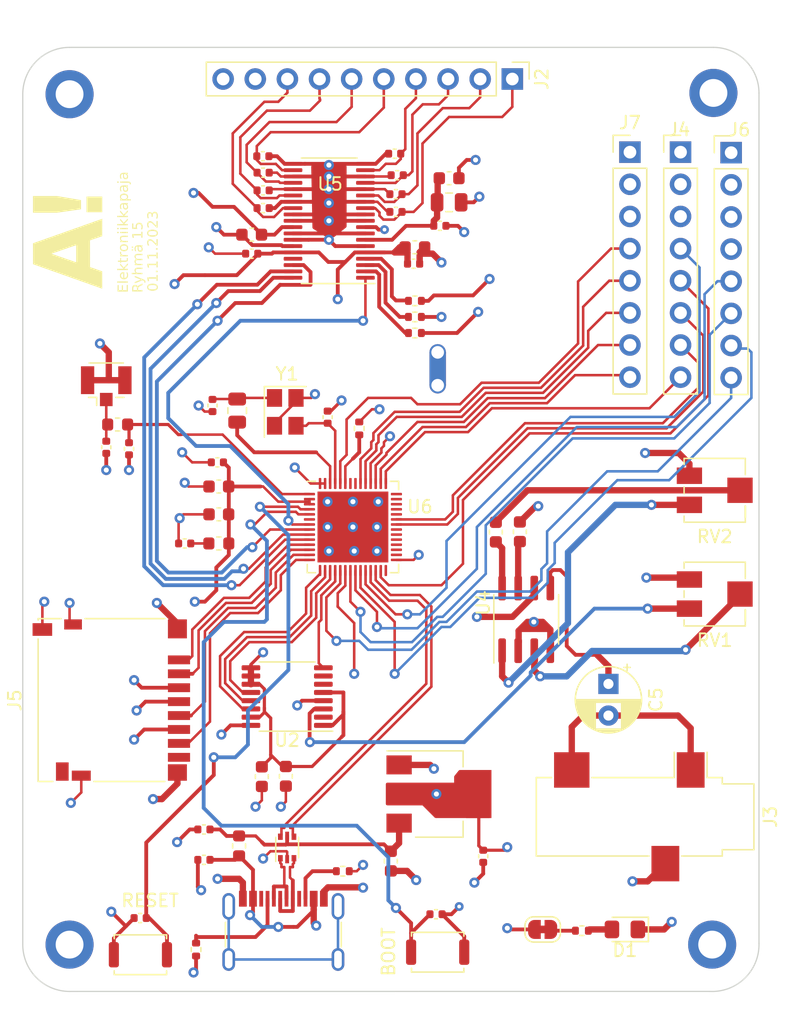
<source format=kicad_pcb>
(kicad_pcb (version 20221018) (generator pcbnew)
  (layers (0 "F.Cu" signal) (1 "In1.Cu" signal) (2 "In2.Cu" signal) (31 "B.Cu" power) (34 "B.Paste" user) (35 "F.Paste" user) (36 "B.SilkS" user "B.Silkscreen") (37 "F.SilkS" user "F.Silkscreen") (38 "B.Mask" user) (39 "F.Mask" user) (44 "Edge.Cuts" user))
  (net 0 "")
  (net 1 "+3.3V")
  (net 2 "GND")
  (net 3 "Net-(C5-Pad1)")
  (net 4 "/EN")
  (net 5 "Net-(C7-Pad1)")
  (net 6 "/IO0")
  (net 7 "Net-(U1-VI)")
  (net 8 "Net-(D1-A)")
  (net 9 "Net-(J1-CC1)")
  (net 10 "/D+")
  (net 11 "/D-")
  (net 13 "Net-(J1-CC2)")
  (net 15 "Net-(JP1-B)")
  (net 16 "Net-(U6-LNA_IN{slash}RF)")
  (net 17 "/RX")
  (net 18 "/TX")
  (net 19 "/USB_D+")
  (net 20 "/USB_D-")
  (net 21 "Net-(J12-In)")
  (net 22 "Net-(C32-Pad1)")
  (net 23 "Net-(U6-XTAL_N)")
  (net 24 "Net-(C34-Pad2)")
  (net 25 "Net-(RV2-Pad1)")
  (net 26 "/IO45")
  (net 27 "Net-(U6-XTAL_P)")
  (net 28 "Net-(C7-Pad2)")
  (net 29 "Net-(U4-BYPASS)")
  (net 30 "/SD_CS")
  (net 31 "/SD_MOSI")
  (net 32 "GNDA")
  (net 33 "/ADC_A0")
  (net 34 "/ADC_A1")
  (net 35 "/ADC_A2")
  (net 36 "/ADC_A3")
  (net 37 "/ADC_A4")
  (net 38 "/ADC_A5")
  (net 39 "/ADC_A6")
  (net 40 "/ADC_A7")
  (net 41 "Net-(U5-~{RST{slash}PD})")
  (net 42 "Net-(U5-~{REFSEL})")
  (net 43 "Net-(U5-DAISY)")
  (net 44 "/ADC_MISO")
  (net 45 "/ADC_MOSI")
  (net 46 "/ADC_SCLK")
  (net 47 "/ADC_CS")
  (net 49 "/SD_SCLK")
  (net 50 "/IO14")
  (net 51 "/IO15")
  (net 59 "/IO21")
  (net 60 "/IO48")
  (net 61 "/IO18")
  (net 62 "/IO17")
  (net 63 "/IO16")
  (net 64 "/IO47")
  (net 70 "/IO38")
  (net 71 "/IO39")
  (net 72 "/IO40")
  (net 73 "/IO41")
  (net 74 "/IO42")
  (net 75 "/IO46")
  (net 76 "unconnected-(J1-SHIELD-PadS1)")
  (net 77 "/SD_MISO")
  (net 80 "Net-(U2-VOUTA)")
  (net 81 "Net-(U4-+)")
  (net 85 "/DAC_MOSI")
  (net 86 "/DAC_SCLK")
  (net 87 "/DAC_SYNC")
  (net 88 "+5V")
  (net 89 "/IO1")
  (net 90 "/DAC_MISO")
  (net 91 "Net-(C5-Pad2)")
  (net 93 "/ADC_REF_CAP")
  (footprint "Capacitor_SMD:C_0402_1005Metric" (layer "F.Cu") (at 116.1 91.1 90)
    (fp_text reference "C34" hide)
    (fp_text value "12p")
  )
  (footprint "Connector_PinHeader_2.54mm:PinHeader_1x08_P2.54mm_Vertical" (layer "F.Cu") (at 157.1 71.12)
    (fp_text reference "J6" hide)
    (fp_text value "Conn_01x08_Pin")
  )
  (footprint "Connector_USB:USB_C_Receptacle_G-Switch_GT-USB-7010ASV" (layer "F.Cu") (at 121.7 133.8)
    (fp_text reference "J1" hide)
    (fp_text value "USB_C_Receptacle_USB2.0")
  )
  (footprint "Capacitor_SMD:C_0402_1005Metric" (layer "F.Cu") (at 115.42 124.6 180)
    (fp_text reference "C36" hide)
    (fp_text value "100n")
  )
  (footprint "Crystal:Crystal_SMD_3225-4Pin_3.2x2.5mm" (layer "F.Cu") (at 121.85 91.6 -90)
    (fp_text reference "Y1")
    (fp_text value "40MHz")
  )
  (footprint "Capacitor_SMD:C_0603_1608Metric" (layer "F.Cu") (at 121.9 120.4 -90)
    (fp_text reference "C10" hide)
    (fp_text value "10u")
  )
  (footprint "MountingHole:MountingHole_2.2mm_M2_DIN965_Pad" (layer "F.Cu") (at 155.7 66.4)
    (fp_text reference "H1" hide)
    (fp_text value "MountingHole")
  )
  (footprint "Potentiometer_SMD:Potentiometer_Bourns_3214J_Horizontal" (layer "F.Cu") (at 155.8 106 180)
    (fp_text reference "RV1")
    (fp_text value "10k")
  )
  (footprint "Capacitor_SMD:C_0402_1005Metric" (layer "F.Cu") (at 130.6 74.4)
    (fp_text reference "C26" hide)
    (fp_text value "1n")
  )
  (footprint "Connector_PinHeader_2.54mm:PinHeader_1x08_P2.54mm_Vertical" (layer "F.Cu") (at 153.1 71.08)
    (fp_text reference "J4")
    (fp_text value "Conn_01x08_Pin")
  )
  (footprint "Connector_PinHeader_2.54mm:PinHeader_1x10_P2.54mm_Vertical" (layer "F.Cu") (at 139.8 65.3 -90)
    (fp_text reference "J2")
    (fp_text value "Conn_01x10_Pin")
  )
  (footprint "Package_DFN_QFN:QFN-56-1EP_7x7mm_P0.4mm_EP5.6x5.6mm" (layer "F.Cu") (at 127.2 100.7)
    (fp_text reference "U6")
    (fp_text value "ESP32-S3FH4R2")
  )
  (footprint "Capacitor_SMD:C_0402_1005Metric" (layer "F.Cu") (at 125.2 92.02 -90)
    (fp_text reference "C33" hide)
    (fp_text value "12p")
  )
  (footprint "Resistor_SMD:R_0402_1005Metric" (layer "F.Cu") (at 132.1 85.37)
    (fp_text reference "R5" hide)
    (fp_text value "4.7k")
  )
  (footprint "Capacitor_SMD:C_0603_1608Metric" (layer "F.Cu") (at 138.5 101.1 90)
    (fp_text reference "C7" hide)
    (fp_text value "10u")
  )
  (footprint "Resistor_SMD:R_0402_1005Metric" (layer "F.Cu") (at 127.7 92.91 -90)
    (fp_text reference "R13" hide)
    (fp_text value "10k")
  )
  (footprint "Capacitor_SMD:C_0402_1005Metric" (layer "F.Cu") (at 115.42 127 180)
    (fp_text reference "C6" hide)
    (fp_text value "100n")
  )
  (footprint "Capacitor_SMD:C_0402_1005Metric" (layer "F.Cu") (at 120.1 74.1 180)
    (fp_text reference "C23" hide)
    (fp_text value "1n")
  )
  (footprint "Connector_Card:microSD_HC_Hirose_DM3D-SF" (layer "F.Cu") (at 108.1 114.375 90)
    (fp_text reference "J5")
    (fp_text value "SD_Card")
  )
  (footprint "Package_SO:TSSOP-38_4.4x9.7mm_P0.5mm" (layer "F.Cu") (at 125.325653 76.50276 180)
    (fp_text reference "U5")
    (fp_text value "ADS8688")
  )
  (footprint "MountingHole:MountingHole_2.2mm_M2_DIN965_Pad" (layer "F.Cu") (at 155.6 133.7)
    (fp_text reference "H4" hide)
    (fp_text value "MountingHole")
  )
  (footprint "Capacitor_SMD:C_0603_1608Metric" (layer "F.Cu") (at 116.6 99.7 180)
    (fp_text reference "C29" hide)
    (fp_text value "10u")
  )
  (footprint "Capacitor_SMD:C_0402_1005Metric" (layer "F.Cu") (at 120.1 75.5 180)
    (fp_text reference "C24" hide)
    (fp_text value "1n")
  )
  (footprint "Capacitor_SMD:C_0402_1005Metric" (layer "F.Cu") (at 130.5 71.2 180)
    (fp_text reference "C20" hide)
    (fp_text value "1n")
  )
  (footprint "Connector_Coaxial:U.FL_Hirose_U.FL-R-SMT-1_Vertical" (layer "F.Cu") (at 107.7 89.575 90)
    (fp_text reference "J12" hide)
    (fp_text value "Conn_Coaxial")
  )
  (footprint "Capacitor_SMD:C_0402_1005Metric" (layer "F.Cu") (at 113.9 102 180)
    (fp_text reference "C32" hide)
    (fp_text value "100n")
  )
  (footprint "Capacitor_SMD:C_0402_1005Metric" (layer "F.Cu") (at 133.77 131.3)
    (fp_text reference "C4" hide)
    (fp_text value "100n")
  )
  (footprint "LED_SMD:LED_0805_2012Metric_Pad1.15x1.40mm_HandSolder" (layer "F.Cu") (at 148.7 132.5 180)
    (fp_text reference "D1")
    (fp_text value "LED")
  )
  (footprint "Capacitor_SMD:C_0603_1608Metric" (layer "F.Cu") (at 134.803413 73.14)
    (fp_text reference "C16" hide)
    (fp_text value "1u")
  )
  (footprint "Inductor_SMD:L_0603_1608Metric" (layer "F.Cu") (at 116.6 102 180)
    (fp_text reference "L2" hide)
    (fp_text value "2.2n")
  )
  (footprint "Capacitor_SMD:C_0402_1005Metric" (layer "F.Cu") (at 116.485 95.59 180)
    (fp_text reference "C31" hide)
    (fp_text value "100n")
  )
  (footprint "Resistor_SMD:R_0402_1005Metric" (layer "F.Cu") (at 132.1 84.1)
    (fp_text reference "R9" hide)
    (fp_text value "4.7k")
  )
  (footprint "Capacitor_SMD:C_0402_1005Metric" (layer "F.Cu") (at 134.072893 76.9 180)
    (fp_text reference "C12" hide)
    (fp_text value "100n")
  )
  (footprint "Capacitor_SMD:C_0402_1005Metric" (layer "F.Cu") (at 137.5 126.72 -90)
    (fp_text reference "C1" hide)
    (fp_text value "22u")
  )
  (footprint "Capacitor_SMD:C_0402_1005Metric" (layer "F.Cu") (at 110.38 131.6 180)
    (fp_text reference "C3" hide)
    (fp_text value "100n")
  )
  (footprint "Button_Switch_SMD:SW_Push_SPST_NO_Alps_SKRK" (layer "F.Cu") (at 133.9 134.3)
    (fp_text reference "SW2" hide)
    (fp_text value "Boot")
  )
  (footprint "Capacitor_SMD:C_0402_1005Metric" (layer "F.Cu") (at 107.7 94.4 -90)
    (fp_text reference "C28" hide)
    (fp_text value "3.3p")
  )
  (footprint "Resistor_SMD:R_0402_1005Metric" (layer "F.Cu") (at 132.1 82.83)
    (fp_text reference "R8" hide)
    (fp_text value "4.7k")
  )
  (footprint "Capacitor_SMD:C_0603_1608Metric" (layer "F.Cu") (at 140.4 101.075 -90)
    (fp_text reference "C8" hide)
    (fp_text value "10u")
  )
  (footprint "Resistor_SMD:R_0805_2012Metric" (layer "F.Cu") (at 118.05 91.5 90)
    (fp_text reference "R14" hide)
    (fp_text value "10")
  )
  (footprint "Capacitor_SMD:C_0402_1005Metric" (layer "F.Cu") (at 131.995653 79.89724 180)
    (fp_text reference "C15" hide)
    (fp_text value "100n")
  )
  (footprint "Capacitor_SMD:C_0603_1608Metric" (layer "F.Cu") (at 132.095653 78.59724)
    (fp_text reference "C18" hide)
    (fp_text value "1u")
  )
  (footprint "Capacitor_SMD:C_0805_2012Metric" (layer "F.Cu") (at 134.803413 75.045)
    (fp_text reference "C17" hide)
    (fp_text value "22u")
  )
  (footprint "Inductor_SMD:L_0603_1608Metric" (layer "F.Cu") (at 108.6 92.6)
    (fp_text reference "L1" hide)
    (fp_text value "2.2n")
  )
  (footprint "Button_Switch_SMD:SW_Push_SPST_NO_Alps_SKRK" (layer "F.Cu") (at 110.4 134.5 180)
    (fp_text reference "SW1" hide)
    (fp_text value "Reset")
  )
  (footprint "Capacitor_SMD:C_0402_1005Metric" (layer "F.Cu") (at 120.1 72.7 180)
    (fp_text reference "C22" hide)
    (fp_text value "1n")
  )
  (footprint "MountingHole:MountingHole_2.2mm_M2_DIN965_Pad" (layer "F.Cu") (at 104.8 133.7)
    (fp_text reference "H3" hide)
    (fp_text value "MountingHole")
  )
  (footprint "MountingHole:MountingHole_2.2mm_M2_DIN965_Pad" (layer "F.Cu") (at 104.8 66.5)
    (fp_text reference "H2" hide)
    (fp_text value "MountingHole")
  )
  (footprint "LOGO" (layer "F.Cu") (at 104.6 77.7 90)
    (fp_text reference "G***" hide)
    (fp_text value "LOGO" hide)
  )
  (footprint "Package_TO_SOT_SMD:SOT-223-3_TabPin2" (layer "F.Cu") (at 134 121.8)
    (fp_text reference "U1" hide)
    (fp_text value "AZ1117IH-3.3")
  )
  (footprint "Jumper:SolderJumper-2_P1.3mm_Bridged_RoundedPad1.0x1.5mm" (layer "F.Cu") (at 142.2 132.5)
    (fp_text reference "JP1" hide)
    (fp_text value "SolderJumper_2_Bridged")
  )
  (footprint "Capacitor_SMD:C_0603_1608Metric" (layer "F.Cu") (at 120 120.425 -90)
    (fp_text reference "C9" hide)
    (fp_text value "100n")
  )
  (footprint "Connector_Audio:Jack_3.5mm_CUI_SJ-3523-SMT_Horizontal" (layer "F.Cu") (at 150.3 123.6 -90)
    (fp_text reference "J3")
    (fp_text value "AudioJack2_Ground")
  )
  (footprint "Capacitor_THT:CP_Radial_D5.0mm_P2.50mm" (layer "F.Cu") (at 147.4 113.1 -90)
    (fp_text reference "C5")
    (fp_text value "250u")
  )
  (footprint "Package_TO_SOT_SMD:SOT-666" (layer "F.Cu") (at 122 126.025 90)
    (fp_text reference "U3" hide)
    (fp_text value "USBLC6-2P6")
  )
  (footprint "Capacitor_SMD:C_0402_1005Metric" (layer "F.Cu") (at 120.08 71.4 180)
    (fp_text reference "C21" hide)
    (fp_text value "1n")
  )
  (footprint "NetTie:NetTie-2_THT_Pad1.0mm" (layer "F.Cu") (at 133.9 86.9 -90)
    (fp_text reference "NT1" hide)
    (fp_text value "NetTie_2" hide)
  )
  (footprint "Package_SO:TSSOP-16_4.4x5mm_P0.65mm" (layer "F.Cu") (at 122 114.1 180)
    (fp_text reference "U2")
    (fp_text value "AD5689BRUZ")
  )
  (footprint "Capacitor_SMD:C_0402_1005Metric" (layer "F.Cu") (at 130.7 72.9 180)
    (fp_text reference "C19" hide)
    (fp_text value "1n")
  )
  (footprint "Capacitor_SMD:C_0402_1005Metric" (layer "F.Cu") (at 130.6 75.8 180)
    (fp_text reference "C25" hide)
    (fp_text value "1n")
  )
  (footprint "Resistor_SMD:R_0402_1005Metric" (layer "F.Cu") (at 114.8 134.09 -90)
    (fp_text reference "R7" hide)
    (fp_text value "5.1k")
  )
  (footprint "Inductor_SMD:L_0603_1608Metric" (layer "F.Cu") (at 118.2 125.9 90)
    (fp_text reference "L4" hide)
    (fp_text value "2.2n")
  )
  (footprint "Potentiometer_SMD:Potentiometer_Bourns_3214J_Horizontal" (layer "F.Cu") (at 155.8 97.8 180)
    (fp_text reference "RV2")
    (fp_text value "10k")
  )
  (footprint "Capacitor_SMD:C_0603_1608Metric" (layer "F.Cu") (at 116.6 97.5 180)
    (fp_text reference "C30" hide)
    (fp_text value "1u")
  )
  (footprint "Resistor_SMD:R_0402_1005Metric" (layer "F.Cu") (at 145.3 132.6)
    (fp_text reference "R3" hide)
    (fp_text value "1k")
  )
  (footprint "Capacitor_SMD:C_0402_1005Metric" (layer "F.Cu") (at 119.2 79.1 180)
    (fp_text reference "C14" hide)
    (fp_text value "100n")
  )
  (footprint "Resistor_SMD:R_0402_1005Metric" (layer "F.Cu") (at 126.4 127.9)
    (fp_text reference "R6" hide)
    (fp_text value "5.1k")
  )
  (footprint "Connector_PinHeader_2.54mm:PinHeader_1x08_P2.54mm_Vertical" (layer "F.Cu") (at 149.1 71.08)
    (fp_text reference "J7")
    (fp_text value "Conn_01x08_Pin")
  )
  (footprint "Package_SO:SOIC-8_3.9x4.9mm_P1.27mm" (layer "F.Cu") (at 140.9 108 90)
    (fp_text reference "U4")
    (fp_text value "LM386")
  )
  (footprint "Capacitor_SMD:C_0603_1608Metric" (layer "F.Cu") (at 130.2 127.1 -90)
    (fp_text reference "C2" hide)
    (fp_text value "10u")
  )
  (footprint "Capacitor_SMD:C_0402_1005Metric" (layer "F.Cu") (at 109.5 94.52 -90)
    (fp_text reference "C27" hide)
    (fp_text value "3.3p")
  )
  (footprint "Capacitor_SMD:C_0603_1608Metric" (layer "F.Cu") (at 119.2 77.6 180)
    (fp_text reference "C13" hide)
    (fp_text value "4.7u")
  )
  (gr_arc (start 155.7 62.8) (mid 158.245584 63.854416) (end 159.3 66.4) (stroke (width 0.1)) (layer "Edge.Cuts"))
  (gr_line (start 155.7 62.8) (end 104.8 62.8) (stroke (width 0.1)) (layer "Edge.Cuts"))
  (gr_line (start 159.3 133.6) (end 159.3 66.4) (stroke (width 0.1)) (layer "Edge.Cuts"))
  (gr_arc (start 159.3 133.6) (mid 158.181705 136.352319) (end 155.400219 137.395955) (stroke (width 0.1)) (layer "Edge.Cuts"))
  (gr_line (start 104.8 137.4) (end 155.400219 137.395955) (stroke (width 0.1)) (layer "Edge.Cuts"))
  (gr_arc (start 104.8 137.4) (mid 102.183705 136.316295) (end 101.1 133.7) (stroke (width 0.1)) (layer "Edge.Cuts"))
  (gr_line (start 101.1 66.5) (end 101.1 133.7) (stroke (width 0.1)) (layer "Edge.Cuts"))
  (gr_arc (start 101.1 66.5) (mid 102.183705 63.883705) (end 104.8 62.8) (stroke (width 0.1)) (layer "Edge.Cuts"))
  (gr_text "Elektroniikkapaja " (at 109.545524 82.207219 90) (layer "F.SilkS") (effects (font (size 0.8 0.8)) (justify left bottom)))
  (gr_text "01.11.2023" (at 111.9 82.107219 90) (layer "F.SilkS") (effects (font (size 0.8 0.8)) (justify left bottom)))
  (gr_text "J6" (at 156.8 69.9) (layer "F.SilkS") (effects (font (size 1 1)) (justify left bottom)))
  (gr_text "RESET" (at 108.8 130.8) (layer "F.SilkS") (effects (font (size 1 1)) (justify left bottom)))
  (gr_text "BOOT" (at 130.6 136.3 90) (layer "F.SilkS") (effects (font (size 1 1)) (justify left bottom)))
  (gr_text "Ryhmä 15" (at 110.7 82.2 90) (layer "F.SilkS") (effects (font (size 0.8 0.8)) (justify left bottom)))
  (segment (start 122.463153 79.00276) (end 124.50276 79.00276) (width 0.3) (layer "F.Cu") (net 1))
  (segment (start 126 106.98995) (end 126 106.9) (width 0.2) (layer "F.Cu") (net 1))
  (segment (start 119.975 77.6) (end 119.975 77.575) (width 0.3) (layer "F.Cu") (net 1))
  (segment (start 113.8 80.8) (end 113.1 81.5) (width 0.3) (layer "F.Cu") (net 1))
  (segment (start 129.45 94.817767) (end 129.45 94.486395) (width 0.2) (layer "F.Cu") (net 1))
  (segment (start 137.15 125.89) (end 137.15 121.8) (width 0.25) (layer "F.Cu") (net 1))
  (segment (start 117.3875 96.0125) (end 116.965 95.59) (width 0.3) (layer "F.Cu") (net 1))
  (segment (start 126 80.352372) (end 126 82.7) (width 0.3) (layer "F.Cu") (net 1))
  (segment (start 120.2 113.498959) (end 120.2 115) (width 0.25) (layer "F.Cu") (net 1))
  (segment (start 110.1 115.2) (end 110.8 114.5) (width 0.3) (layer "F.Cu") (net 1))
  (segment (start 124.8625 113.775) (end 126.45 113.775) (width 0.3) (layer "F.Cu") (net 1))
  (segment (start 133.17 82.83) (end 132.61 82.83) (width 0.3) (layer "F.Cu") (net 1))
  (segment (start 120.90276 79.00276) (end 120.9 79) (width 0.3) (layer "F.Cu") (net 1))
  (segment (start 123.975 119.625) (end 126.3 117.3) (width 0.25) (layer "F.Cu") (net 1))
  (segment (start 129.654931 93.999999) (end 130.127465 93.527465) (width 0.2) (layer "F.Cu") (net 1))
  (segment (start 132.61 85.37) (end 135.43 85.37) (width 0.3) (layer "F.Cu") (net 1))
  (segment (start 117.8 75.4) (end 116.1 75.4) (width 0.3) (layer "F.Cu") (net 1))
  (segment (start 131.320653 78.59724) (end 130.901173 78.59724) (width 0.5) (layer "F.Cu") (net 1))
  (segment (start 126.6 105.332715) (end 126 105.932716) (width 0.2) (layer "F.Cu") (net 1))
  (segment (start 129.7 79.00276) (end 130.495653 79.00276) (width 0.3) (layer "F.Cu") (net 1))
  (segment (start 123.7625 98.7) (end 123.7625 98.9) (width 0.2) (layer "F.Cu") (net 1))
  (segment (start 125.586396 116.375) (end 126.45 115.511396) (width 0.3) (layer "F.Cu") (net 1))
  (segment (start 119.826041 113.125) (end 120.2 113.498959) (width 0.25) (layer "F.Cu") (net 1))
  (segment (start 126 105.932716) (end 126 106.9) (width 0.2) (layer "F.Cu") (net 1))
  (segment (start 132.4 102.9) (end 132 103.3) (width 0.2) (layer "F.Cu") (net 1))
  (segment (start 123.7625 98.5) (end 123.7625 98.7) (width 0.2) (layer "F.Cu") (net 1))
  (segment (start 128.6 97.2625) (end 128.6 95.667768) (width 0.2) (layer "F.Cu") (net 1))
  (segment (start 127.349612 79.00276) (end 129.7 79.00276) (width 0.3) (layer "F.Cu") (net 1))
  (segment (start 121.625 119.625) (end 121.9 119.625) (width 0.25) (layer "F.Cu") (net 1))
  (segment (start 110.8 114.5) (end 113.45 114.5) (width 0.3) (layer "F.Cu") (net 1))
  (segment (start 129.654931 94.281464) (end 129.654931 93.999999) (width 0.2) (layer "F.Cu") (net 1))
  (segment (start 137.5 126.24) (end 139.16 126.24) (width 0.25) (layer "F.Cu") (net 1))
  (segment (start 133.6 82.4) (end 133.17 82.83) (width 0.3) (layer "F.Cu") (net 1))
  (segment (start 115.5 106.6) (end 114.7 106.6) (width 0.3) (layer "F.Cu") (net 1))
  (segment (start 128.6 95.667768) (end 129.45 94.817767) (width 0.2) (layer "F.Cu") (net 1))
  (segment (start 120.2 115) (end 120.2 115.351041) (width 0.25) (layer "F.Cu") (net 1))
  (segment (start 120.1 97.5) (end 119.9 97.5) (width 0.2) (layer "F.Cu") (net 1))
  (segment (start 129.3 91.4) (end 128.7 91.4) (width 0.2) (layer "F.Cu") (net 1))
  (segment (start 117.3875 102) (end 117.3875 102.9125) (width 0.3) (layer "F.Cu") (net 1))
  (segment (start 121.3 98.7) (end 120.1 97.5) (width 0.2) (layer "F.Cu") (net 1))
  (segment (start 119.1375 111.825) (end 119.1375 112.475) (width 0.5) (layer "F.Cu") (net 1))
  (segment (start 118.4 76) (end 117.8 75.4) (width 0.3) (layer "F.Cu") (net 1))
  (segment (start 120.2 115) (end 120.2 115.3) (width 0.25) (layer "F.Cu") (net 1))
  (segment (start 121.59724 77.00276) (end 122.463153 77.00276) (width 0.3) (layer "F.Cu") (net 1))
  (segment (start 119.1375 113.125) (end 119.1375 112.475) (width 0.5) (layer "F.Cu") (net 1))
  (segment (start 119.9 97.5) (end 117.375 97.5) (width 0.3) (layer "F.Cu") (net 1))
  (segment (start 115 74.3) (end 114.6 74.3) (width 0.3) (layer "F.Cu") (net 1))
  (segment (start 119.1375 111.5625) (end 119.1375 113.125) (width 0.25) (layer "F.Cu") (net 1))
  (segment (start 119.68 79.142965) (end 118.022965 80.8) (width 0.3) (layer "F.Cu") (net 1))
  (segment (start 119.1375 113.125) (end 119.826041 113.125) (width 0.25) (layer "F.Cu") (net 1))
  (segment (start 130.495653 79.00276) (end 131.515653 79.00276) (width 0.5) (layer "F.Cu") (net 1))
  (segment (start 126.595653 79.756719) (end 126 80.352372) (width 0.3) (layer "F.Cu") (net 1))
  (segment (start 116.4 105.7) (end 115.5 106.6) (width 0.3) (layer "F.Cu") (net 1))
  (segment (start 120.2 115.351041) (end 119.826041 115.725) (width 0.25) (layer "F.Cu") (net 1))
  (segment (start 125.256719 79.756719) (end 126.595653 79.756719) (width 0.3) (layer "F.Cu") (net 1))
  (segment (start 126.595653 79.756719) (end 127.349612 79.00276) (width 0.3) (layer "F.Cu") (net 1))
  (segment (start 139.16 126.24) (end 139.4 126) (width 0.25) (layer "F.Cu") (net 1))
  (segment (start 132 103.3) (end 130.6375 103.3) (width 0.2) (layer "F.Cu") (net 1))
  (segment (start 141.55 132.5) (end 139.5 132.5) (width 0.3) (layer "F.Cu") (net 1))
  (segment (start 120.8 79.1) (end 119.68 79.1) (width 0.3) (layer "F.Cu") (net 1))
  (segment (start 123.8625 97.2625) (end 125 97.2625) (width 0.2) (layer "F.Cu") (net 1))
  (segment (start 120.7 118.7) (end 121.625 119.625) (width 0.25) (layer "F.Cu") (net 1))
  (segment (start 129.226194 77.20226) (end 129.026694 77.00276) (width 0.3) (layer "F.Cu") (net 1))
  (segment (start 137.15 121.8) (end 130.85 121.8) (width 0.5) (layer "F.Cu") (net 1))
  (segment (start 126 106.9) (end 126 107.01005) (width 0.2) (layer "F.Cu") (net 1))
  (segment (start 129.695653 77.20226) (end 129.226194 77.20226) (width 0.3) (layer "F.Cu") (net 1))
  (segment (start 124.50276 79.00276) (end 125.256719 79.756719) (width 0.3) (layer "F.Cu") (net 1))
  (segment (start 116.4 103.9) (end 116.4 105.7) (width 0.3) (layer "F.Cu") (net 1))
  (segment (start 124.8625 116.375) (end 125.586396 116.375) (width 0.3) (layer "F.Cu") (net 1))
  (segment (start 120.2 115.3) (end 120.7 115.8) (width 0.25) (layer "F.Cu") (net 1))
  (segment (start 116.1 75.4) (end 115 74.3) (width 0.3) (layer "F.Cu") (net 1))
  (segment (start 121 77.6) (end 121.59724 77.00276) (width 0.3) (layer "F.Cu") (net 1))
  (segment (start 120.7 115.8) (end 120.7 118.7) (width 0.25) (layer "F.Cu") (net 1))
  (segment (start 137.5 126.24) (end 137.15 125.89) (width 0.25) (layer "F.Cu") (net 1))
  (segment (start 129.026694 77.00276) (end 128.188153 77.00276) (width 0.3) (layer "F.Cu") (net 1))
  (segment (start 126.6 104.1375) (end 126.6 105.332715) (width 0.2) (layer "F.Cu") (net 1))
  (segment (start 119.975 77.575) (end 118.4 76) (width 0.3) (layer "F.Cu") (net 1))
  (segment (start 117.3875 102.9125) (end 116.4 103.9) (width 0.3) (layer "F.Cu") (net 1))
  (segment (start 120.1 110.6) (end 119.1375 111.5625) (width 0.25) (layer "F.Cu") (net 1))
  (segment (start 138 81.1) (end 136.7 82.4) (width 0.3) (layer "F.Cu") (net 1))
  (segment (start 120.9 79) (end 120.8 79.1) (width 0.3) (layer "F.Cu") (net 1))
  (segment (start 129.45 94.486395) (end 129.654931 94.281464) (width 0.2) (layer "F.Cu") (net 1))
  (segment (start 122.463153 79.00276) (end 120.90276 79.00276) (width 0.3) (layer "F.Cu") (net 1))
  (segment (start 123.7625 98.7) (end 121.3 98.7) (width 0.2) (layer "F.Cu") (net 1))
  (segment (start 117.3875 102) (end 117.3875 96.0125) (width 0.3) (layer "F.Cu") (net 1))
  (segment (start 118.022965 80.8) (end 115.5 80.8) (width 0.3) (layer "F.Cu") (net 1))
  (segment (start 139.5 132.5) (end 139.4 132.4) (width 0.3) (layer "F.Cu") (net 1))
  (segment (start 119.826041 115.725) (end 119.1375 115.725) (width 0.25) (layer "F.Cu") (net 1))
  (segment (start 128.7 91.4) (end 127.7 92.4) (width 0.2) (layer "F.Cu") (net 1))
  (segment (start 119.975 77.6) (end 121 77.6) (width 0.3) (layer "F.Cu") (net 1))
  (segment (start 120.7 118.7) (end 120.7 118.95) (width 0.25) (layer "F.Cu") (net 1))
  (segment (start 126.45 115.3) (end 126.45 117.15) (width 0.3) (layer "F.Cu") (net 1))
  (segment (start 130.901173 78.59724) (end 130.495653 79.00276) (width 0.5) (layer "F.Cu") (net 1))
  (segment (start 119.68 79.1) (end 119.68 79.142965) (width 0.3) (layer "F.Cu") (net 1))
  (segment (start 121.9 119.625) (end 123.975 119.625) (width 0.25) (layer "F.Cu") (net 1))
  (segment (start 115.5 80.8) (end 113.8 80.8) (width 0.3) (layer "F.Cu") (net 1))
  (segment (start 127.3 112.3) (end 127.3 108.28995) (width 0.2) (layer "F.Cu") (net 1))
  (segment (start 135.43 85.37) (end 137.1 83.7) (width 0.3) (layer "F.Cu") (net 1))
  (segment (start 127.3 108.28995) (end 126 106.98995) (width 0.2) (layer "F.Cu") (net 1))
  (segment (start 128.188153 79.00276) (end 129.7 79.00276) (width 0.3) (layer "F.Cu") (net 1))
  (segment (start 123.8625 97.2625) (end 122.6 96) (width 0.2) (layer "F.Cu") (net 1))
  (segment (start 126.45 115.3) (end 126.45 113.775) (width 0.3) (layer "F.Cu") (net 1))
  (segment (start 120.7 118.95) (end 120 119.65) (width 0.25) (layer "F.Cu") (net 1))
  (segment (start 131.515653 79.00276) (end 131.515653 79.89724) (width 0.5) (layer "F.Cu") (net 1))
  (segment (start 136.7 82.4) (end 133.6 82.4) (width 0.3) (layer "F.Cu") (net 1))
  (segment (start 126.45 117.15) (end 126.3 117.3) (width 0.3) (layer "F.Cu") (net 1))
  (segment (start 126.45 115.511396) (end 126.45 115.3) (width 0.3) (layer "F.Cu") (net 1))
  (via (at 114.7 106.6) (size 0.8) (drill 0.4) (layers "F.Cu" "B.Cu") (net 1))
  (via (at 129.695653 77.20226) (size 0.7) (drill 0.3) (layers "F.Cu" "B.Cu") (net 1))
  (via (at 120.1 110.6) (size 0.8) (drill 0.4) (layers "F.Cu" "B.Cu") (net 1))
  (via (at 127.3 112.3) (size 0.8) (drill 0.4) (layers "F.Cu" "B.Cu") (net 1))
  (via (at 130.127465 93.527465) (size 0.8) (drill 0.4) (layers "F.Cu" "B.Cu") (net 1))
  (via (at 137.1 83.7) (size 0.8) (drill 0.4) (layers "F.Cu" "B.Cu") (net 1))
  (via (at 113.1 81.5) (size 0.8) (drill 0.4) (layers "F.Cu" "B.Cu") (net 1))
  (via (at 132.4 102.9) (size 0.8) (drill 0.4) (layers "F.Cu" "B.Cu") (net 1))
  (via (at 110.1 115.2) (size 0.8) (drill 0.4) (layers "F.Cu" "B.Cu") (net 1))
  (via (at 139.4 132.4) (size 0.8) (drill 0.4) (layers "F.Cu" "B.Cu") (net 1))
  (via (at 139.4 126) (size 0.8) (drill 0.4) (layers "F.Cu" "B.Cu") (net 1))
  (via (at 133.8 121.8) (size 0.8) (drill 0.4) (layers "F.Cu" "B.Cu") (net 1))
  (via (at 138 81.1) (size 0.8) (drill 0.4) (layers "F.Cu" "B.Cu") (net 1))
  (via (at 129.3 91.4) (size 0.8) (drill 0.4) (layers "F.Cu" "B.Cu") (net 1))
  (via (at 126 82.7) (size 0.8) (drill 0.4) (layers "F.Cu" "B.Cu") (net 1))
  (via (at 122.6 96) (size 0.8) (drill 0.4) (layers "F.Cu" "B.Cu") (net 1))
  (via (at 114.6 74.3) (size 0.8) (drill 0.4) (layers "F.Cu" "B.Cu") (net 1))
  (segment (start 122.7 90.5) (end 123.9 90.5) (width 0.2) (layer "F.Cu") (net 2))
  (segment (start 102.65 106.75) (end 102.65 108.8) (width 0.2) (layer "F.Cu") (net 2))
  (segment (start 121.624612 78.50276) (end 122.463153 78.50276) (width 0.3) (layer "F.Cu") (net 2))
  (segment (start 114.94 127) (end 114.94 129.14) (width 0.3) (layer "F.Cu") (net 2))
  (segment (start 113.5 100) (end 113.8 99.7) (width 0.2) (layer "F.Cu") (net 2))
  (segment (start 113.325 108.75) (end 113.325 108.325) (width 0.5) (layer "F.Cu") (net 2))
  (segment (start 119.25 78.425) (end 118.425 77.6) (width 0.3) (layer "F.Cu") (net 2))
  (segment (start 114.49 95.59) (end 116.005 95.59) (width 0.2) (layer "F.Cu") (net 2))
  (segment (start 117.525 116.375) (end 116.8 117.1) (width 0.3) (layer "F.Cu") (net 2))
  (segment (start 122.7 90.8) (end 122.7 90.5) (width 0.2) (layer "F.Cu") (net 2))
  (segment (start 113.8 99.7) (end 115.825 99.7) (width 0.2) (layer "F.Cu") (net 2))
  (segment (start 121.9 122.4) (end 121.9 121.175) (width 0.2) (layer "F.Cu") (net 2))
  (segment (start 109.9 117.5) (end 110.7 116.7) (width 0.3) (layer "F.Cu") (net 2))
  (segment (start 105.725 121.675) (end 104.9 122.5) (width 0.2) (layer "F.Cu") (net 2))
  (segment (start 120 121.2) (end 120 122.3) (width 0.2) (layer "F.Cu") (net 2))
  (segment (start 121.546852 78.425) (end 119.25 78.425) (width 0.3) (layer "F.Cu") (net 2))
  (segment (start 116.3 79.1) (end 115.8 78.6) (width 0.2) (layer "F.Cu") (net 2))
  (segment (start 112.1 122.2) (end 113.325 120.975) (width 0.5) (layer "F.Cu") (net 2))
  (segment (start 102.8 106.6) (end 102.65 106.75) (width 0.2) (layer "F.Cu") (net 2))
  (segment (start 123.9 90.5) (end 124.2 90.2) (width 0.2) (layer "F.Cu") (net 2))
  (segment (start 118.425 77.6) (end 117 77.6) (width 0.3) (layer "F.Cu") (net 2))
  (segment (start 149.725 132.5) (end 151.8 132.5) (width 0.5) (layer "F.Cu") (net 2))
  (segment (start 151.8 132.5) (end 152.4 131.9) (width 0.5) (layer "F.Cu") (net 2))
  (segment (start 137.5 128.1) (end 136.8 128.8) (width 0.3) (layer "F.Cu") (net 2))
  (segment (start 134.25 131.3) (end 134.99 131.3) (width 0.3) (layer "F.Cu") (net 2))
  (segment (start 124.8625 114.425) (end 123.175 114.425) (width 0.3) (layer "F.Cu") (net 2))
  (segment (start 107.9 89.1) (end 107.9 86.9) (width 0.5) (layer "F.Cu") (net 2))
  (segment (start 115.825 97.5) (end 114.2 97.5) (width 0.2) (layer "F.Cu") (net 2))
  (segment (start 117 77.6) (end 116.4 77) (width 0.3) (layer "F.Cu") (net 2))
  (segment (start 121.95 126.325) (end 122 126.375) (width 0.2) (layer "F.Cu") (net 2))
  (segment (start 113.325 120.975) (end 113.325 120.1) (width 0.5) (layer "F.Cu") (net 2))
  (segment (start 116.5 128.5) (end 118.2 128.5) (width 0.5) (layer "F.Cu") (net 2))
  (segment (start 120.1 126.9) (end 120.675 126.325) (width 0.2) (layer "F.Cu") (net 2))
  (segment (start 131.475 127.875) (end 130.2 127.875) (width 0.5) (layer "F.Cu") (net 2))
  (segment (start 137.5 127.2) (end 137.5 128.1) (width 0.3) (layer "F.Cu") (net 2))
  (segment (start 109.175 89.1) (end 107.9 89.1) (width 0.5) (layer "F.Cu") (net 2))
  (segment (start 114.8 135.7) (end 114.6 135.9) (width 0.3) (layer "F.Cu") (net 2))
  (segment (start 109.5 96.2) (end 109.5 95) (width 0.3) (layer "F.Cu") (net 2))
  (segment (start 125.2 91.54) (end 125.46 91.54) (width 0.25) (layer "F.Cu") (net 2))
  (segment (start 113.42 100.08) (end 113.42 102) (width 0.2) (layer "F.Cu") (net 2))
  (segment (start 130.85 119.5) (end 133.3 119.5) (width 0.5) (layer "F.Cu") (net 2))
  (segment (start 124.9 129.5) (end 124.9 129.995) (width 0.5) (layer "F.Cu") (net 2))
  (segment (start 121.5 122.8) (end 121.9 122.4) (width 0.2) (layer "F.Cu") (net 2))
  (segment (start 127.975 129.175) (end 125.225 129.175) (width 0.5) (layer "F.Cu") (net 2))
  (segment (start 121 92.5) (end 122.7 90.8) (width 0.2) (layer "F.Cu") (net 2))
  (segment (start 109.9 112.8) (end 110.5 113.4) (width 0.3) (layer "F.Cu") (net 2))
  (segment (start 114.2 97.5) (end 113.9 97.2) (width 0.2) (layer "F.Cu") (net 2))
  (segment (start 119.1375 116.375) (end 117.525 116.375) (width 0.3) (layer "F.Cu") (net 2))
  (segment (start 108.9 132.6) (end 108.3 133.2) (width 0.3) (layer "F.Cu") (net 2))
  (segment (start 114.3 124.6) (end 113.3 125.6) (width 0.3) (layer "F.Cu") (net 2))
  (segment (start 121.624612 78.50276) (end 121.546852 78.425) (width 0.3) (layer "F.Cu") (net 2))
  (segment (start 122 126.375) (end 122 126.95) (width 0.2) (layer "F.Cu") (net 2))
  (segment (start 134.25 131.3) (end 136 133.05) (width 0.3) (layer "F.Cu") (net 2))
  (segment (start 114.94 129.14) (end 115.2 129.4) (width 0.3) (layer "F.Cu") (net 2))
  (segment (start 113.7 94.8) (end 114.49 95.59) (width 0.2) (layer "F.Cu") (net 2))
  (segment (start 113.5 100) (end 113.42 100.08) (width 0.2) (layer "F.Cu") (net 2))
  (segment (start 123.175 114.425) (end 122.8 114.8) (width 0.3) (layer "F.Cu") (net 2))
  (segment (start 115.48 91.58) (end 115 91.1) (width 0.2) (layer "F.Cu") (net 2))
  (segment (start 104.8 106.7) (end 104.8 108.125) (width 0.2) (layer "F.Cu") (net 2))
  (segment (start 114.8 134.6) (end 114.8 135.7) (width 0.3) (layer "F.Cu") (net 2))
  (segment (start 118.5 128.8) (end 118.5 130.075) (width 0.5) (layer "F.Cu") (net 2))
  (segment (start 104.8 108.125) (end 105.075 108.4) (width 0.2) (layer "F.Cu") (net 2))
  (segment (start 109.25 132.25) (end 108.9 132.6) (width 0.3) (layer "F.Cu") (net 2))
  (segment (start 132.2 128.6) (end 131.475 127.875) (width 0.5) (layer "F.Cu") (net 2))
  (segment (start 105.725 120.35) (end 105.725 121.675) (width 0.2) (layer "F.Cu") (net 2))
  (segment (start 121 92.7) (end 121 92.5) (width 0.2) (layer "F.Cu") (net 2))
  (segment (start 136 133.465) (end 136 134.715) (width 0.3) (layer "F.Cu") (net 2))
  (segment (start 120.675 126.325) (end 121.95 126.325) (width 0.2) (layer "F.Cu") (net 2))
  (segment (start 136 133.05) (end 136 134.3) (width 0.3) (layer "F.Cu") (net 2))
  (segment (start 107.9 89.1) (end 106.225 89.1) (width 0.5) (layer "F.Cu") (net 2))
  (segment (start 126.91 127.9) (end 127.5 127.9) (width 0.2) (layer "F.Cu") (net 2))
  (segment (start 128 129.2) (end 127.975 129.175) (width 0.5) (layer "F.Cu") (net 2))
  (segment (start 111.4 122.2) (end 112.1 122.2) (width 0.5) (layer "F.Cu") (net 2))
  (segment (start 133.3 119.5) (end 133.6 119.8) (width 0.5) (layer "F.Cu") (net 2))
  (segment (start 132.61 84.1) (end 134.2 84.1) (width 0.3) (layer "F.Cu") (net 2))
  (segment (start 109.25 132.25) (end 108.1 131.1) (width 0.3) (layer "F.Cu") (net 2))
  (segment (start 110.7 116.7) (end 113.45 116.7) (width 0.3) (layer "F.Cu") (net 2))
  (segment (start 110.5 113.4) (end 113.45 113.4) (width 0.3) (layer "F.Cu") (net 2))
  (segment (start 107.7 96.2) (end 107.7 94.88) (width 0.3) (layer "F.Cu") (net 2))
  (segment (start 134.99 131.3) (end 135.6 130.69) (width 0.3) (layer "F.Cu") (net 2))
  (segment (start 114.94 124.6) (end 114.3 124.6) (width 0.3) (layer "F.Cu") (net 2))
  (segment (start 113.325 108.325) (end 111.7 106.7) (width 0.5) (layer "F.Cu") (net 2))
  (segment (start 118.2 128.5) (end 118.5 128.8) (width 0.5) (layer "F.Cu") (net 2))
  (segment (start 125.46 91.54) (end 126.3 90.7) (width 0.25) (layer "F.Cu") (net 2))
  (segment (start 116.1 91.58) (end 115.48 91.58) (width 0.2) (layer "F.Cu") (net 2))
  (segment (start 120 122.3) (end 119.5 122.8) (width 0.2) (layer "F.Cu") (net 2))
  (segment (start 127.5 127.9) (end 128 127.4) (width 0.2) (layer "F.Cu") (net 2))
  (segment (start 118.72 79.1) (end 116.3 79.1) (width 0.2) (layer "F.Cu") (net 2))
  (segment (start 121 92.3) (end 121 92.7) (width 0.2) (layer "F.Cu") (net 2))
  (segment (start 109.9 131.6) (end 109.25 132.25) (width 0.3) (layer "F.Cu") (net 2))
  (segment (start 107.9 86.9) (end 107.2 86.2) (width 0.5) (layer "F.Cu") (net 2))
  (segment (start 125.225 129.175) (end 124.9 129.5) (width 0.5) (layer "F.Cu") (net 2))
  (segment (start 108.3 133.2) (end 108.3 134.5) (width 0.3) (layer "F.Cu") (net 2))
  (via (at 102.8 106.6) (size 0.8) (drill 0.4) (layers "F.Cu" "B.Cu") (net 2))
  (via (at 116.8 117.1) (size 0.8) (drill 0.4) (layers "F.Cu" "B.Cu") (net 2))
  (via (at 108.1 131.1) (size 0.8) (drill 0.4) (layers "F.Cu" "B.Cu") (net 2))
  (via (at 126.3 90.7) (size 0.8) (drill 0.4) (layers "F.Cu" "B.Cu") (net 2))
  (via (at 119.5 122.8) (size 0.8) (drill 0.4) (layers "F.Cu" "B.Cu") (net 2))
  (via (at 116.5 128.5) (size 0.8) (drill 0.4) (layers "F.Cu" "B.Cu") (net 2))
  (via (at 129.1 100.7) (size 0.8) (drill 0.4) (layers "F.Cu" "B.Cu") (net 2))
  (via (at 127.2 98.7) (size 0.8) (drill 0.4) (layers "F.Cu" "B.Cu") (net 2))
  (via (at 136.8 128.8) (size 0.8) (drill 0.4) (layers "F.Cu" "B.Cu") (net 2))
  (via (at 104.8 106.7) (size 0.8) (drill 0.4) (layers "F.Cu" "B.Cu") (net 2))
  (via (at 104.9 122.5) (size 0.8) (drill 0.4) (layers "F.Cu" "B.Cu") (net 2))
  (via (at 111.4 122.2) (size 0.8) (drill 0.4) (layers "F.Cu" "B.Cu") (net 2))
  (via (at 128 129.2) (size 0.8) (drill 0.4) (layers "F.Cu" "B.Cu") (net 2))
  (via (at 135.6 130.69) (size 0.7) (drill 0.3) (layers "F.Cu" "B.Cu") (net 2))
  (via (at 115 91.1) (size 0.8) (drill 0.4) (layers "F.Cu" "B.Cu") (net 2))
  (via (at 113.7 94.8) (size 0.8) (drill 0.4) (layers "F.Cu" "B.Cu") (net 2))
  (via (at 133.6 119.8) (size 0.8) (drill 0.4) (layers "F.Cu" "B.Cu") (net 2))
  (via (at 134.2 84.1) (size 0.8) (drill 0.4) (layers "F.Cu" "B.Cu") (net 2))
  (via (at 113.3 125.6) (size 0.8) (drill 0.4) (layers "F.Cu" "B.Cu") (net 2))
  (via (at 125.2 98.7) (size 0.8) (drill 0.4) (layers "F.Cu" "B.Cu") (net 2))
  (via (at 116.4 77) (size 0.8) (drill 0.4) (layers "F.Cu" "B.Cu") (net 2))
  (via (at 125.3 102.6) (size 0.8) (drill 0.4) (layers "F.Cu" "B.Cu") (net 2))
  (via (at 109.5 96.2) (size 0.8) (drill 0.4) (layers "F.Cu" "B.Cu") (net 2))
  (via (at 129.1 102.6) (size 0.8) (drill 0.4) (layers "F.Cu" "B.Cu") (net 2))
  (via (at 111.7 106.7) (size 0.8) (drill 0.4) (layers "F.Cu" "B.Cu") (net 2))
  (via (at 113.9 97.2) (size 0.8) (drill 0.4) (layers "F.Cu" "B.Cu") (net 2))
  (via (at 109.9 112.8) (size 0.8) (drill 0.4) (layers "F.Cu" "B.Cu") (net 2))
  (via (at 127.3 102.6) (size 0.8) (drill 0.4) (layers "F.Cu" "B.Cu") (net 2))
  (via (at 122.8 114.8) (size 0.8) (drill 0.4) (layers "F.Cu" "B.Cu") (net 2))
  (via (at 127.2 100.7) (size 0.8) (drill 0.4) (layers "F.Cu" "B.Cu") (net 2))
  (via (at 128 127.4) (size 0.8) (drill 0.4) (layers "F.Cu" "B.Cu") (net 2))
  (via (at 107.7 96.2) (size 0.8) (drill 0.4) (layers "F.Cu" "B.Cu") (net 2))
  (via (at 121.5 122.8) (size 0.8) (drill 0.4) (layers "F.Cu" "B.Cu") (net 2))
  (via (at 124.2 90.2) (size 0.8) (drill 0.4) (layers "F.Cu" "B.Cu") (net 2))
  (via (at 129.2 98.7) (size 0.8) (drill 0.4) (layers "F.Cu" "B.Cu") (net 2))
  (via (at 132.2 128.6) (size 0.8) (drill 0.4) (layers "F.Cu" "B.Cu") (net 2))
  (via (at 114.6 135.9) (size 0.8) (drill 0.4) (layers "F.Cu" "B.Cu") (net 2))
  (via (at 115.8 78.6) (size 0.8) (drill 0.4) (layers "F.Cu" "B.Cu") (net 2))
  (via (at 115.2 129.4) (size 0.8) (drill 0.4) (layers "F.Cu" "B.Cu") (net 2))
  (via (at 120.1 126.9) (size 0.8) (drill 0.4) (layers "F.Cu" "B.Cu") (net 2))
  (via (at 125.2 100.7) (size 0.8) (drill 0.4) (layers "F.Cu" "B.Cu") (net 2))
  (via (at 109.9 117.5) (size 0.8) (drill 0.4) (layers "F.Cu" "B.Cu") (net 2))
  (via (at 152.4 131.9) (size 0.8) (drill 0.4) (layers "F.Cu" "B.Cu") (net 2))
  (via (at 113.5 100) (size 0.8) (drill 0.4) (layers "F.Cu" "B.Cu") (net 2))
  (via (at 107.2 86.2) (size 0.8) (drill 0.4) (layers "F.Cu" "B.Cu") (net 2))
  (segment (start 146.5 110.8) (end 147.4 111.7) (width 0.5) (layer "F.Cu") (net 3))
  (segment (start 147.4 111.7) (end 147.4 113.1) (width 0.5) (layer "F.Cu") (net 3))
  (segment (start 144.1 104.6) (end 144.1 110.1) (width 0.3) (layer "F.Cu") (net 3))
  (segment (start 142.805 104.295) (end 143 104.1) (width 0.3) (layer "F.Cu") (net 3))
  (segment (start 144.1 110.1) (end 144.8 110.8) (width 0.3) (layer "F.Cu") (net 3))
  (segment (start 142.805 105.525) (end 142.805 104.295) (width 0.3) (layer "F.Cu") (net 3))
  (segment (start 144.8 110.8) (end 146.5 110.8) (width 0.3) (layer "F.Cu") (net 3))
  (segment (start 143.6 104.1) (end 144.1 104.6) (width 0.3) (layer "F.Cu") (net 3))
  (segment (start 143 104.1) (end 143.6 104.1) (width 0.3) (layer "F.Cu") (net 3))
  (segment (start 116.2 120.3) (end 110.86 125.64) (width 0.3) (layer "F.Cu") (net 4))
  (segment (start 110.86 131.6) (end 111.1 131.6) (width 0.3) (layer "F.Cu") (net 4))
  (segment (start 112.5 133) (end 112.5 134.5) (width 0.3) (layer "F.Cu") (net 4))
  (segment (start 119.8495 99.1) (end 122.855636 99.1) (width 0.2) (layer "F.Cu") (net 4))
  (segment (start 110.86 125.64) (end 110.86 131.6) (width 0.3) (layer "F.Cu") (net 4))
  (segment (start 123.055636 99.3) (end 123.7625 99.3) (width 0.2) (layer "F.Cu") (net 4))
  (segment (start 122.855636 99.1) (end 123.055636 99.3) (width 0.2) (layer "F.Cu") (net 4))
  (segment (start 116.2 118.9) (end 116.2 120.3) (width 0.3) (layer "F.Cu") (net 4))
  (segment (start 111.1 131.6) (end 112.5 133) (width 0.3) (layer "F.Cu") (net 4))
  (via (at 116.2 118.9) (size 0.8) (drill 0.4) (layers "F.Cu" "B.Cu") (net 4))
  (via (at 119.8495 99.1) (size 0.8) (drill 0.4) (layers "F.Cu" "B.Cu") (net 4))
  (segment (start 122.1 112) (end 122.1 101.339339) (width 0.3) (layer "B.Cu") (net 4))
  (segment (start 116.2 118.9) (end 117.9 118.9) (width 0.3) (layer "B.Cu") (net 4))
  (segment (start 118.9 117.9) (end 118.9 115.2) (width 0.3) (layer "B.Cu") (net 4))
  (segment (start 121.6 112.5) (end 122.1 112) (width 0.3) (layer "B.Cu") (net 4))
  (segment (start 117.9 118.9) (end 118.9 117.9) (width 0.3) (layer "B.Cu") (net 4))
  (segment (start 122.1 101.339339) (end 119.860661 99.1) (width 0.3) (layer "B.Cu") (net 4))
  (segment (start 118.9 115.2) (end 121.6 112.5) (width 0.3) (layer "B.Cu") (net 4))
  (segment (start 119.860661 99.1) (end 119.8495 99.1) (width 0.3) (layer "B.Cu") (net 4))
  (segment (start 138.995 102.37) (end 138.5 101.875) (width 0.5) (layer "F.Cu") (net 5))
  (segment (start 138.995 105.525) (end 138.995 102.37) (width 0.5) (layer "F.Cu") (net 5))
  (segment (start 119.43945 100.5) (end 120.43945 99.5) (width 0.2) (layer "F.Cu") (net 6))
  (segment (start 119.1 100.5) (end 119.43945 100.5) (width 0.2) (layer "F.Cu") (net 6))
  (segment (start 131.8 132) (end 130.6 130.8) (width 0.3) (layer "F.Cu") (net 6))
  (segment (start 122.88995 99.7) (end 123.7625 99.7) (width 0.2) (layer "F.Cu") (net 6))
  (segment (start 131.8 132.79) (end 131.8 132) (width 0.3) (layer "F.Cu") (net 6))
  (segment (start 131.8 132.79) (end 131.8 134.3) (width 0.3) (layer "F.Cu") (net 6))
  (segment (start 133.29 131.3) (end 131.8 132.79) (width 0.3) (layer "F.Cu") (net 6))
  (segment (start 122.68995 99.5) (end 122.88995 99.7) (width 0.2) (layer "F.Cu") (net 6))
  (segment (start 120.43945 99.5) (end 122.68995 99.5) (width 0.2) (layer "F.Cu") (net 6))
  (via (at 119.1 100.5) (size 0.8) (drill 0.4) (layers "F.Cu" "B.Cu") (net 6))
  (via (at 130.6 130.8) (size 0.8) (drill 0.4) (layers "F.Cu" "B.Cu") (net 6))
  (segment (start 116.8 124.3) (end 127.5 124.3) (width 0.3) (layer "B.Cu") (net 6))
  (segment (start 117 108.2) (end 115.4 109.8) (width 0.3) (layer "B.Cu") (net 6))
  (segment (start 127.5 124.3) (end 130 126.8) (width 0.3) (layer "B.Cu") (net 6))
  (segment (start 130 130.2) (end 130.6 130.8) (width 0.3) (layer "B.Cu") (net 6))
  (segment (start 120.4 108) (end 120.2 108.2) (width 0.3) (layer "B.Cu") (net 6))
  (segment (start 120.2 108.2) (end 117 108.2) (width 0.3) (layer "B.Cu") (net 6))
  (segment (start 120.4 101.8) (end 120.4 108) (width 0.3) (layer "B.Cu") (net 6))
  (segment (start 119.1 100.5) (end 120.4 101.8) (width 0.3) (layer "B.Cu") (net 6))
  (segment (start 115.4 122.9) (end 116.8 124.3) (width 0.3) (layer "B.Cu") (net 6))
  (segment (start 115.4 109.8) (end 115.4 122.9) (width 0.3) (layer "B.Cu") (net 6))
  (segment (start 130 126.8) (end 130 130.2) (width 0.3) (layer "B.Cu") (net 6))
  (segment (start 130.2 126.325) (end 129.65 125.775) (width 0.3) (layer "F.Cu") (net 7))
  (segment (start 117.2125 125.1125) (end 116.7 124.6) (width 0.3) (layer "F.Cu") (net 7))
  (segment (start 120.2 125.8) (end 120 125.6) (width 0.3) (layer "F.Cu") (net 7))
  (segment (start 121.9 125.8) (end 120.2 125.8) (width 0.3) (layer "F.Cu") (net 7))
  (segment (start 130.85 125.675) (end 130.2 126.325) (width 0.5) (layer "F.Cu") (net 7))
  (segment (start 129.65 125.775) (end 122.075 125.775) (width 0.3) (layer "F.Cu") (net 7))
  (segment (start 116.7 124.6) (end 115.9 124.6) (width 0.3) (layer "F.Cu") (net 7))
  (segment (start 122 125.7) (end 122.075 125.775) (width 0.3) (layer "F.Cu") (net 7))
  (segment (start 130.85 124.1) (end 130.85 125.675) (width 0.5) (layer "F.Cu") (net 7))
  (segment (start 119.5125 125.1125) (end 120 125.6) (width 0.25) (layer "F.Cu") (net 7))
  (segment (start 118.2 125.1125) (end 119.5125 125.1125) (width 0.25) (layer "F.Cu") (net 7))
  (segment (start 122 125.7) (end 121.9 125.8) (width 0.3) (layer "F.Cu") (net 7))
  (segment (start 122 125.1) (end 122 125.7) (width 0.3) (layer "F.Cu") (net 7))
  (segment (start 118.2 125.1125) (end 117.2125 125.1125) (width 0.3) (layer "F.Cu") (net 7))
  (segment (start 145.91 132.5) (end 145.81 132.6) (width 0.5) (layer "F.Cu") (net 8))
  (segment (start 147.675 132.5) (end 145.91 132.5) (width 0.5) (layer "F.Cu") (net 8))
  (segment (start 114.9 133.1) (end 114.8 133) (width 0.3) (layer "F.Cu") (net 9))
  (segment (start 120.45 132.15) (end 119.5 133.1) (width 0.3) (layer "F.Cu") (net 9))
  (segment (start 120.45 130.075) (end 120.45 132.15) (width 0.3) (layer "F.Cu") (net 9))
  (segment (start 119.5 133.1) (end 114.9 133.1) (width 0.3) (layer "F.Cu") (net 9))
  (segment (start 114.8 133) (end 114.8 133.58) (width 0.3) (layer "F.Cu") (net 9))
  (segment (start 121.45 131.045) (end 122.45 131.045) (width 0.3) (layer "F.Cu") (net 10))
  (segment (start 122.45 131.045) (end 122.45 130.075) (width 0.3) (layer "F.Cu") (net 10))
  (segment (start 122.45 128.625) (end 122.45 130.075) (width 0.3) (layer "F.Cu") (net 10))
  (segment (start 122.45 127.337501) (end 122.45 127.575) (width 0.2) (layer "F.Cu") (net 10))
  (segment (start 121.45 130.075) (end 121.45 131.045) (width 0.3) (layer "F.Cu") (net 10))
  (segment (start 122.5375 127.250001) (end 122.45 127.337501) (width 0.2) (layer "F.Cu") (net 10))
  (segment (start 122.225 127.575) (end 122.225 128.4) (width 0.2) (layer "F.Cu") (net 10))
  (segment (start 122.5375 126.875) (end 122.5375 127.250001) (width 0.2) (layer "F.Cu") (net 10))
  (segment (start 122.225 128.4) (end 122.45 128.625) (width 0.2) (layer "F.Cu") (net 10))
  (segment (start 122.45 127.575) (end 122.225 127.575) (width 0.2) (layer "F.Cu") (net 10))
  (segment (start 121.775 127.575) (end 121.775 129.03) (width 0.2) (layer "F.Cu") (net 11))
  (segment (start 121.95 129.105) (end 121.7 129.105) (width 0.3) (layer "F.Cu") (net 11))
  (segment (start 121.55 127.337501) (end 121.55 127.575) (width 0.2) (layer "F.Cu") (net 11))
  (segment (start 121.4625 126.875) (end 121.4625 127.250001) (width 0.2) (layer "F.Cu") (net 11))
  (segment (start 121.4625 127.250001) (end 121.55 127.337501) (width 0.2) (layer "F.Cu") (net 11))
  (segment (start 121.7 129.105) (end 120.95 129.105) (width 0.3) (layer "F.Cu") (net 11))
  (segment (start 121.95 130.075) (end 121.95 129.105) (width 0.3) (layer "F.Cu") (net 11))
  (segment (start 121.55 127.575) (end 121.775 127.575) (width 0.2) (layer "F.Cu") (net 11))
  (segment (start 120.95 129.105) (end 120.95 130.075) (width 0.3) (layer "F.Cu") (net 11))
  (segment (start 121.95 130.075) (end 121.95 129.144999) (width 0.2) (layer "F.Cu") (net 11))
  (segment (start 121.775 129.03) (end 121.7 129.105) (width 0.2) (layer "F.Cu") (net 11))
  (segment (start 125.89 127.9) (end 124 127.9) (width 0.3) (layer "F.Cu") (net 13))
  (segment (start 123.45 128.45) (end 123.45 130.075) (width 0.3) (layer "F.Cu") (net 13))
  (segment (start 124 127.9) (end 123.45 128.45) (width 0.3) (layer "F.Cu") (net 13))
  (segment (start 142.95 132.6) (end 142.85 132.5) (width 0.5) (layer "F.Cu") (net 15))
  (segment (start 144.79 132.6) (end 142.95 132.6) (width 0.3) (layer "F.Cu") (net 15))
  (segment (start 109.3875 92.6) (end 112.6 92.6) (width 0.25) (layer "F.Cu") (net 16))
  (segment (start 113.4 93.4) (end 113.6 93.4) (width 0.25) (layer "F.Cu") (net 16))
  (segment (start 121.6 98.1) (end 116.9 93.4) (width 0.2) (layer "F.Cu") (net 16))
  (segment (start 109.5 94.04) (end 109.5 92.7125) (width 0.25) (layer "F.Cu") (net 16))
  (segment (start 112.6 92.6) (end 113.4 93.4) (width 0.25) (layer "F.Cu") (net 16))
  (segment (start 123.7625 98.1) (end 121.6 98.1) (width 0.2) (layer "F.Cu") (net 16))
  (segment (start 109.5 92.7125) (end 109.3875 92.6) (width 0.25) (layer "F.Cu") (net 16))
  (segment (start 116.9 93.4) (end 113.6 93.4) (width 0.2) (layer "F.Cu") (net 16))
  (segment (start 133.4 113.3182) (end 122.2432 124.475) (width 0.2) (layer "F.Cu") (net 19))
  (segment (start 129 104.1375) (end 129 104.9) (width 0.2) (layer "F.Cu") (net 19))
  (segment (start 132.4932 106.075) (end 133.4 106.9818) (width 0.2) (layer "F.Cu") (net 19))
  (segment (start 133.4 106.9818) (end 133.4 113.3182) (width 0.2) (layer "F.Cu") (net 19))
  (segment (start 130.175 106.075) (end 132.4932 106.075) (width 0.2) (layer "F.Cu") (net 19))
  (segment (start 129 104.9) (end 130.175 106.075) (width 0.2) (layer "F.Cu") (net 19))
  (segment (start 122.45 124.475) (end 122.45 125.025) (width 0.2) (layer "F.Cu") (net 19))
  (segment (start 122.45 125.025) (end 122.5375 125.1125) (width 0.2) (layer "F.Cu") (net 19))
  (segment (start 122.5375 125.1125) (end 122.5375 125.175) (width 0.2) (layer "F.Cu") (net 19))
  (segment (start 122.2432 124.475) (end 122.45 124.475) (width 0.2) (layer "F.Cu") (net 19))
  (segment (start 121.4625 125.175) (end 121.4625 125.1125) (width 0.2) (layer "F.Cu") (net 20))
  (segment (start 121.775 124.3068) (end 133 113.0818) (width 0.2) (layer "F.Cu") (net 20))
  (segment (start 128.6 105.065686) (end 128.6 104.1375) (width 0.2) (layer "F.Cu") (net 20))
  (segment (start 121.55 125.025) (end 121.55 124.475) (width 0.2) (layer "F.Cu") (net 20))
  (segment (start 133 107.2182) (end 132.3068 106.525) (width 0.2) (layer "F.Cu") (net 20))
  (segment (start 133 113.0818) (end 133 107.2182) (width 0.2) (layer "F.Cu") (net 20))
  (segment (start 121.55 124.475) (end 121.775 124.475) (width 0.2) (layer "F.Cu") (net 20))
  (segment (start 132.3068 106.525) (end 130.059314 106.525) (width 0.2) (layer "F.Cu") (net 20))
  (segment (start 121.775 124.475) (end 121.775 124.3068) (width 0.2) (layer "F.Cu") (net 20))
  (segment (start 130.059314 106.525) (end 128.6 105.065686) (width 0.2) (layer "F.Cu") (net 20))
  (segment (start 121.4625 125.1125) (end 121.55 125.025) (width 0.2) (layer "F.Cu") (net 20))
  (segment (start 107.8125 92.6) (end 107.7 92.4875) (width 0.2) (layer "F.Cu") (net 21))
  (segment (start 107.7 92.4875) (end 107.7 90.625) (width 0.2) (layer "F.Cu") (net 21))
  (segment (start 107.7 92.7125) (end 107.8125 92.6) (width 0.2) (layer "F.Cu") (net 21))
  (segment (start 107.7 93.92) (end 107.7 92.7125) (width 0.2) (layer "F.Cu") (net 21))
  (segment (start 115.8125 102) (end 114.38 102) (width 0.2) (layer "F.Cu") (net 22))
  (segment (start 123.5 92.7) (end 122.7 92.7) (width 0.2) (layer "F.Cu") (net 23))
  (segment (start 125.8 97.2625) (end 125.8 93.1) (width 0.2) (layer "F.Cu") (net 23))
  (segment (start 125.2 92.5) (end 123.7 92.5) (width 0.2) (layer "F.Cu") (net 23))
  (segment (start 125.8 93.1) (end 125.2 92.5) (width 0.2) (layer "F.Cu") (net 23))
  (segment (start 123.7 92.5) (end 123.5 92.7) (width 0.2) (layer "F.Cu") (net 23))
  (segment (start 118.05 90.5875) (end 116.1325 90.5875) (width 0.2) (layer "F.Cu") (net 24))
  (segment (start 118.1375 90.5) (end 121 90.5) (width 0.2) (layer "F.Cu") (net 24))
  (segment (start 116.1325 90.5875) (end 116.1 90.62) (width 0.2) (layer "F.Cu") (net 24))
  (segment (start 150.8 98.95) (end 153.8 98.95) (width 0.5) (layer "F.Cu") (net 25))
  (segment (start 138.995 110.475) (end 138.995 112.495) (width 0.5) (layer "F.Cu") (net 25))
  (segment (start 138.995 112.495) (end 139.5 113) (width 0.5) (layer "F.Cu") (net 25))
  (via (at 150.8 98.95) (size 0.8) (drill 0.4) (layers "F.Cu" "B.Cu") (net 25))
  (via (at 139.5 113) (size 0.8) (drill 0.4) (layers "F.Cu" "B.Cu") (net 25))
  (segment (start 144.2 102.7) (end 144.2 108.3) (width 0.5) (layer "B.Cu") (net 25))
  (segment (start 144.2 108.3) (end 139.5 113) (width 0.5) (layer "B.Cu") (net 25))
  (segment (start 150.8 98.95) (end 147.95 98.95) (width 0.5) (layer "B.Cu") (net 25))
  (segment (start 147.95 98.95) (end 144.2 102.7) (width 0.5) (layer "B.Cu") (net 25))
  (segment (start 127.2 95.3) (end 126.6 95.9) (width 0.2) (layer "F.Cu") (net 26))
  (segment (start 127.7 94.8) (end 127.7 93.42) (width 0.3) (layer "F.Cu") (net 26))
  (segment (start 127.2 95.3) (end 127.7 94.8) (width 0.3) (layer "F.Cu") (net 26))
  (segment (start 126.6 95.9) (end 126.6 97.2625) (width 0.2) (layer "F.Cu") (net 26))
  (segment (start 118.05 93.45) (end 119.4 94.8) (width 0.3) (layer "F.Cu") (net 27))
  (segment (start 119.4 94.8) (end 119.7 94.8) (width 0.3) (layer "F.Cu") (net 27))
  (segment (start 118.05 93.45) (end 118.05 92.4125) (width 0.3) (layer "F.Cu") (net 27))
  (segment (start 124.3 94.8) (end 119.7 94.8) (width 0.3) (layer "F.Cu") (net 27))
  (segment (start 125.4 97.2625) (end 125.4 95.9) (width 0.2) (layer "F.Cu") (net 27))
  (segment (start 125.4 95.9) (end 124.3 94.8) (width 0.2) (layer "F.Cu") (net 27))
  (segment (start 138.5 100.3) (end 141 97.8) (width 0.5) (layer "F.Cu") (net 28))
  (segment (start 141 97.8) (end 157.8 97.8) (width 0.5) (layer "F.Cu") (net 28))
  (segment (start 138.5 100.325) (end 138.5 100.3) (width 0.5) (layer "F.Cu") (net 28))
  (segment (start 140.265 105.525) (end 140.265 101.985) (width 0.5) (layer "F.Cu") (net 29))
  (segment (start 140.265 101.985) (end 140.4 101.85) (width 0.3) (layer "F.Cu") (net 29))
  (segment (start 114.5 108.802942) (end 114.5 110.9) (width 0.2) (layer "F.Cu") (net 30))
  (segment (start 120.3 105) (end 120.3 103.9) (width 0.2) (layer "F.Cu") (net 30))
  (segment (start 114.5 110.9) (end 114.2 111.2) (width 0.2) (layer "F.Cu") (net 30))
  (segment (start 120.3 105) (end 119 106.3) (width 0.2) (layer "F.Cu") (net 30))
  (segment (start 120.3 103.9) (end 122.1 102.1) (width 0.2) (layer "F.Cu") (net 30))
  (segment (start 114.2 111.2) (end 113.45 111.2) (width 0.2) (layer "F.Cu") (net 30))
  (segment (start 119 106.3) (end 117.002942 106.3) (width 0.2) (layer "F.Cu") (net 30))
  (segment (start 122.1 102.1) (end 123.7625 102.1) (width 0.2) (layer "F.Cu") (net 30))
  (segment (start 117.002942 106.3) (end 114.5 108.802942) (width 0.2) (layer "F.Cu") (net 30))
  (segment (start 122.3 102.5) (end 120.7 104.1) (width 0.2) (layer "F.Cu") (net 31))
  (segment (start 119.19571 106.7) (end 117.168628 106.7) (width 0.2) (layer "F.Cu") (net 31))
  (segment (start 115 111.825) (end 114.525 112.3) (width 0.2) (layer "F.Cu") (net 31))
  (segment (start 123.7625 102.5) (end 122.3 102.5) (width 0.2) (layer "F.Cu") (net 31))
  (segment (start 117.168628 106.7) (end 115 108.868628) (width 0.2) (layer "F.Cu") (net 31))
  (segment (start 115 108.868628) (end 115 111.825) (width 0.2) (layer "F.Cu") (net 31))
  (segment (start 114.525 112.3) (end 113.45 112.3) (width 0.3) (layer "F.Cu") (net 31))
  (segment (start 120.7 104.1) (end 120.7 105.19571) (width 0.2) (layer "F.Cu") (net 31))
  (segment (start 120.7 105.19571) (end 119.19571 106.7) (width 0.2) (layer "F.Cu") (net 31))
  (segment (start 150.5 128.7) (end 149.3 128.7) (width 0.5) (layer "F.Cu") (net 32))
  (segment (start 125.80276 78.50276) (end 125.3 78) (width 0.3) (layer "F.Cu") (net 32))
  (segment (start 130.12 74.4) (end 129.72276 74.00276) (width 0.2) (layer "F.Cu") (net 32))
  (segment (start 122.463153 76.50276) (end 125.19724 76.50276) (width 0.3) (layer "F.Cu") (net 32))
  (segment (start 122.463153 75.00276) (end 121.533636 75.00276) (width 0.3) (layer "F.Cu") (net 32))
  (segment (start 141.65 99.05) (end 140.4 100.3) (width 0.5) (layer "F.Cu") (net 32))
  (segment (start 121.80276 72.00276) (end 121.2 71.4) (width 0.3) (layer "F.Cu") (net 32))
  (segment (start 135.5 76.9) (end 135.995653 77.395653) (width 0.3) (layer "F.Cu") (net 32))
  (segment (start 125.40276 77.50276) (end 125.3 77.4) (width 0.3) (layer "F.Cu") (net 32))
  (segment (start 125.3 75.1) (end 125.3 75) (width 0.3) (layer "F.Cu") (net 32))
  (segment (start 121.2 71.4) (end 120.56 71.4) (width 0.3) (layer "F.Cu") (net 32))
  (segment (start 128.188153 77.50276) (end 125.40276 77.50276) (width 0.3) (layer "F.Cu") (net 32))
  (segment (start 125.3 77.4) (end 125.3 78) (width 0.3) (layer "F.Cu") (net 32))
  (segment (start 141.85 99.05) (end 141.65 99.05) (width 0.5) (layer "F.Cu") (net 32))
  (segment (start 125.3 73) (end 125.3 74) (width 0.3) (layer "F.Cu") (net 32))
  (segment (start 132.475653 79.4) (end 132.475653 78.99224) (width 0.5) (layer "F.Cu") (net 32))
  (segment (start 129.934314 75.8) (end 129.137074 75.00276) (width 0.2) (layer "F.Cu") (net 32))
  (segment (start 136.195653 71.695653) (end 136.895653 71.695653) (width 0.3) (layer "F.Cu") (net 32))
  (segment (start 152.95 94.85) (end 153.8 95.7) (width 0.5) (layer "F.Cu") (net 32))
  (segment (start 125.3 75.4) (end 125.3 75.3) (width 0.3) (layer "F.Cu") (net 32))
  (segment (start 132.475653 79.1) (end 133.5 79.1) (width 0.5) (layer "F.Cu") (net 32))
  (segment (start 122.463153 74.00276) (end 125.3 74.00276) (width 0.3) (layer "F.Cu") (net 32))
  (segment (start 125.3 72) (end 125.3 72.1) (width 0.3) (layer "F.Cu") (net 32))
  (segment (start 123.40276 72.00276) (end 123.40552 72) (width 0.3) (layer "F.Cu") (net 32))
  (segment (start 125.3 76.00276) (end 125.3 75.4) (width 0.3) (layer "F.Cu") (net 32))
  (segment (start 125.3 73.00276) (end 125.3 74) (width 0.3) (layer "F.Cu") (net 32))
  (segment (start 125.19724 77.50276) (end 125.3 77.4) (width 0.3) (layer "F.Cu") (net 32))
  (segment (start 125.3 75.4) (end 125.3 76.5) (width 0.3) (layer "F.Cu") (net 32))
  (segment (start 128.188153 74.00276) (end 125.3 74.00276) (width 0.3) (layer "F.Cu") (net 32))
  (segment (start 123.89724 75.00276) (end 123.9 75) (width 0.3) (layer "F.Cu") (net 32))
  (segment (start 122.463153 72.00276) (end 123.40276 72.00276) (width 0.3) (layer "F.Cu") (net 32))
  (segment (start 122.463153 72.00276) (end 121.80276 72.00276) (width 0.3) (layer "F.Cu") (net 32))
  (segment (start 140.3 109.8) (end 140.3 108.9) (width 0.5) (layer "F.Cu") (net 32))
  (segment (start 123.9 75) (end 125.3 75) (width 0.3) (layer "F.Cu") (net 32))
  (segment (start 130.22 72.9) (end 130.11724 73.00276) (width 0.2) (layer "F.Cu") (net 32))
  (segment (start 153.8 95.7) (end 153.8 96.65) (width 0.5) (layer "F.Cu") (net 32))
  (segment (start 122.463153 76.00276) (end 125.3 76.00276) (width 0.3) (layer "F.Cu") (net 32))
  (segment (start 142.2 108.2) (end 142.805 108.805) (width 0.5) (layer "F.Cu") (net 32))
  (segment (start 132.475653 79.89724) (end 132.475653 79.4) (width 0.5) (layer "F.Cu") (net 32))
  (segment (start 120.67724 74.00276) (end 120.58 74.1) (width 0.2) (layer "F.Cu") (net 32))
  (segment (start 125.90276 75.00276) (end 125.9 75) (width 0.3) (layer "F.Cu") (net 32))
  (segment (start 122.463153 73.00276) (end 125.3 73.00276) (width 0.3) (layer "F.Cu") (net 32))
  (segment (start 125.30276 72.00276) (end 125.3 72) (width 0.3) (layer "F.Cu") (net 32))
  (segment (start 150.3 94.85) (end 152.95 94.85) (width 0.5) (layer "F.Cu") (net 32))
  (segment (start 134.552893 76.9) (end 135.5 76.9) (width 0.3) (layer "F.Cu") (net 32))
  (segment (start 121.533636 75.00276) (end 121.036396 75.5) (width 0.3) (layer "F.Cu") (net 32))
  (segment (start 125.3 76.00276) (end 125.3 75.3) (width 0.3) (layer "F.Cu") (net 32))
  (segment (start 140.265 109.835) (end 140.3 109.8) (width 0.5) (layer "F.Cu") (net 32))
  (segment (start 123.69724 78.00276) (end 122.463153 78.00276) (width 0.3) (layer "F.Cu") (net 32))
  (segment (start 140.3 108.9) (end 141 108.2) (width 0.5) (layer "F.Cu") (net 32))
  (segment (start 128.188153 75.00276) (end 125.90276 75.00276) (width 0.3) (layer "F.Cu") (net 32))
  (segment (start 129.8 71.2) (end 130.02 71.2) (width 0.3) (layer "F.Cu") (net 32))
  (segment (start 128.188153 73.00276) (end 125.3 73.00276) (width 0.3) (layer "F.Cu") (net 32))
  (segment (start 128.188153 72.00276) (end 128.99724 72.00276) (width 0.3) (layer "F.Cu") (net 32))
  (segment (start 153.65 104.7) (end 153.8 104.85) (width 0.5) (layer "F.Cu") (net 32))
  (segment (start 122.463153 74.00276) (end 120.67724 74.00276) (width 0.2) (layer "F.Cu") (net 32))
  (segment (start 150.4 104.7) (end 153.65 104.7) (width 0.5) (layer "F.Cu") (net 32))
  (segment (start 130.12 75.8) (end 129.934314 75.8) (width 0.2) (layer "F.Cu") (net 32))
  (segment (start 130.11724 73.00276) (end 128.188153 73.00276) (width 0.2) (layer "F.Cu") (net 32))
  (segment (start 125.3 75) (end 125.3 74.4) (width 0.3) (layer "F.Cu") (net 32))
  (segment (start 125.3 72.1) (end 125.3 73) (width 0.3) (layer "F.Cu") (net 32))
  (segment (start 121.50276 73.00276) (end 122.463153 73.00276) (width 0.2) (layer "F.Cu") (net 32))
  (segment (start 125.3 75.3) (end 125.3 75.1) (width 0.3) (layer "F.Cu") (net 32))
  (segment (start 122.463153 75.00276) (end 123.89724 75.00276) (width 0.3) (layer "F.Cu") (net 32))
  (segment (start 122.463153 77.50276) (end 125.19724 77.50276) (width 0.3) (layer "F.Cu") (net 32))
  (segment (start 125.3 78) (end 123.7 78) (width 0.3) (layer "F.Cu") (net 32))
  (segment (start 128.188153 76.00276) (end 125.3 76.00276) (width 0.3) (layer "F.Cu") (net 32))
  (segment (start 128.188153 76.50276) (end 125.40276 76.50276) (width 0.3) (layer "F.Cu") (net 32))
  (segment (start 125.9 75) (end 125.3 75) (width 0.3) (layer "F.Cu") (net 32))
  (segment (start 135.753413 75.045) (end 136.746306 75.045) (width 0.3) (layer "F.Cu") (net 32))
  (segment (start 151.9 127.3) (end 150.5 128.7) (width 0.5) (layer "F.Cu") (net 32))
  (segment (start 140.265 110.475) (end 140.265 109.835) (width 0.5) (layer "F.Cu") (net 32))
  (segment (start 141.8 108.2) (end 142.2 108.2) (width 0.5) (layer "F.Cu") (net 32))
  (segment (start 121.036396 75.5) (end 120.58 75.5) (width 0.3) (layer "F.Cu") (net 32))
  (segment (start 133.5 79.1) (end 134.2 79.8) (width 0.5) (layer "F.Cu") (net 32))
  (segment (start 129.137074 75.00276) (end 128.188153 75.00276) (width 0.2) (layer "F.Cu") (net 32))
  (segment (start 141 108.2) (end 141.8 108.2) (width 0.5) (layer "F.Cu") (net 32))
  (segment (start 123.7 78) (end 123.69724 78.00276) (width 0.3) (layer "F.Cu") (net 32))
  (segment (start 125.3 76.5) (end 125.3 77.4) (width 0.3) (layer "F.Cu") (net 32))
  (segment (start 132.475653 78.99224) (end 132.870653 78.59724) (width 0.5) (layer "F.Cu") (net 32))
  (segment (start 128.188153 78.50276) (end 125.80276 78.50276) (width 0.3) (layer "F.Cu") (net 32))
  (segment (start 128.188153 72.00276) (end 125.30276 72.00276) (width 0.3) (layer "F.Cu") (net 32))
  (segment (start 120.58 72.7) (end 121.2 72.7) (width 0.2) (layer "F.Cu") (net 32))
  (segment (start 142.805 108.805) (end 142.805 110.475) (width 0.5) (layer "F.Cu") (net 32))
  (segment (start 136.746306 75.045) (end 137.195653 74.595653) (width 0.3) (layer "F.Cu") (net 32))
  (segment (start 129.72276 74.00276) (end 128.188153 74.00276) (width 0.2) (layer "F.Cu") (net 32))
  (segment (start 135.578413 72.312893) (end 136.195653 71.695653) (width 0.3) (layer "F.Cu") (net 32))
  (segment (start 123.40552 72) (end 125.3 72) (width 0.3) (layer "F.Cu") (net 32))
  (segment (start 121.2 72.7) (end 121.50276 73.00276) (width 0.2) (layer "F.Cu") (net 32))
  (segment (start 128.99724 72.00276) (end 129.8 71.2) (width 0.3) (layer "F.Cu") (net 32))
  (segment (start 141.5 108.2) (end 141.8 108.2) (width 0.5) (layer "F.Cu") (net 32))
  (segment (start 125.3 74) (end 125.3 74.4) (width 0.3) (layer "F.Cu") (net 32))
  (segment (start 135.578413 73.14) (end 135.578413 72.312893) (width 0.3) (layer "F.Cu") (net 32))
  (via (at 150.3 94.85) (size 0.8) (drill 0.4) (layers "F.Cu" "B.Cu") (net 32))
  (via (at 141.5 108.2) (size 0.8) (drill 0.4) (layers "F.Cu" "B.Cu") (net 32))
  (via (at 136.895653 71.695653) (size 0.8) (drill 0.4) (layers "F.Cu" "B.Cu") (net 32))
  (via (at 125.3 72.1) (size 0.8) (drill 0.4) (layers "F.Cu" "B.Cu") (net 32))
  (via (at 125.3 76.5) (size 0.8) (drill 0.4) (layers "F.Cu" "B.Cu") (net 32))
  (via (at 125.3 73) (size 0.8) (drill 0.4) (layers "F.Cu" "B.Cu") (net 32))
  (via (at 125.3 75.1) (size 0.8) (drill 0.4) (layers "F.Cu" "B.Cu") (net 32))
  (via (at 141.85 99.05) (size 0.8) (drill 0.4) (layers "F.Cu" "B.Cu") (net 32))
  (via (at 137.195653 74.595653) (size 0.8) (drill 0.4) (layers "F.Cu" "B.Cu") (net 32))
  (via (at 150.4 104.7) (size 0.8) (drill 0.4) (layers "F.Cu" "B.Cu") (net 32))
  (via (at 134.2 79.8) (size 0.8) (drill 0.4) (layers "F.Cu" "B.Cu") (net 32))
  (via (at 125.3 74) (size 0.8) (drill 0.4) (layers "F.Cu" "B.Cu") (net 32))
  (via (at 149.3 128.7) (size 0.8) (drill 0.4) (layers "F.Cu" "B.Cu") (net 32))
  (via (at 135.995653 77.395653) (size 0.8) (drill 0.4) (layers "F.Cu" "B.Cu") (net 32))
  (via (at 125.3 78) (size 0.8) (drill 0.4) (layers "F.Cu" "B.Cu") (net 32))
  (segment (start 130.57 73.51) (end 131.18 72.9) (width 0.2) (layer "F.Cu") (net 33))
  (segment (start 132.72 67.3) (end 134 67.3) (width 0.2) (layer "F.Cu") (net 33))
  (segment (start 131.9 72.6) (end 131.9 68.12) (width 0.2) (layer "F.Cu") (net 33))
  (segment (start 134 67.3) (end 134.72 66.58) (width 0.2) (layer "F.Cu") (net 33))
  (segment (start 134.72 66.58) (end 134.72 65.3) (width 0.2) (layer "F.Cu") (net 33))
  (segment (start 131.6 72.9) (end 131.9 72.6) (width 0.2) (layer "F.Cu") (net 33))
  (segment (start 128.195393 73.51) (end 130.57 73.51) (width 0.2) (layer "F.Cu") (net 33))
  (segment (start 131.9 68.12) (end 132.72 67.3) (width 0.2) (layer "F.Cu") (net 33))
  (segment (start 131.18 72.9) (end 131.6 72.9) (width 0.2) (layer "F.Cu") (net 33))
  (segment (start 128.188153 73.50276) (end 128.195393 73.51) (width 0.2) (layer "F.Cu") (net 33))
  (segment (start 129.8 72) (end 130.6 72) (width 0.2) (layer "F.Cu") (net 34))
  (segment (start 128.188153 72.50276) (end 129.29724 72.50276) (width 0.2) (layer "F.Cu") (net 34))
  (segment (start 131.34 67.66) (end 131.34 70.84) (width 0.2) (layer "F.Cu") (net 34))
  (segment (start 132.18 66.82) (end 131.34 67.66) (width 0.2) (layer "F.Cu") (net 34))
  (segment (start 130.6 72) (end 130.98 71.62) (width 0.2) (layer "F.Cu") (net 34))
  (segment (start 129.29724 72.50276) (end 129.8 72) (width 0.2) (layer "F.Cu") (net 34))
  (segment (start 132.18 65.3) (end 132.18 66.82) (width 0.2) (layer "F.Cu") (net 34))
  (segment (start 130.98 71.2) (end 131.34 70.84) (width 0.2) (layer "F.Cu") (net 34))
  (segment (start 130.98 71.62) (end 130.98 71.2) (width 0.2) (layer "F.Cu") (net 34))
  (segment (start 119.91 72.01) (end 119.6 71.7) (width 0.2) (layer "F.Cu") (net 35))
  (segment (start 119.6 71.7) (end 119.6 71.4) (width 0.2) (layer "F.Cu") (net 35))
  (segment (start 122.463153 72.50276) (end 121.60276 72.50276) (width 0.2) (layer "F.Cu") (net 35))
  (segment (start 119.6 70.6) (end 120.7 69.5) (width 0.2) (layer "F.Cu") (net 35))
  (segment (start 129.64 67.56) (end 129.64 65.3) (width 0.2) (layer "F.Cu") (net 35))
  (segment (start 119.6 71.4) (end 119.6 70.6) (width 0.2) (layer "F.Cu") (net 35))
  (segment (start 120.7 69.5) (end 127.7 69.5) (width 0.2) (layer "F.Cu") (net 35))
  (segment (start 121.09 72.01) (end 119.91 72.01) (width 0.2) (layer "F.Cu") (net 35))
  (segment (start 121.60276 72.50276) (end 121.1 72) (width 0.2) (layer "F.Cu") (net 35))
  (segment (start 121.1 72) (end 121.09 72.01) (width 0.2) (layer "F.Cu") (net 35))
  (segment (start 127.7 69.5) (end 129.64 67.56) (width 0.2) (layer "F.Cu") (net 35))
  (segment (start 122.463153 73.50276) (end 121.437075 73.50276) (width 0.2) (layer "F.Cu") (net 36))
  (segment (start 121.437075 73.50276) (end 121.334315 73.4) (width 0.2) (layer "F.Cu") (net 36))
  (segment (start 119.62 72.7) (end 118.8 71.88) (width 0.2) (layer "F.Cu") (net 36))
  (segment (start 125.9 68.7) (end 127.1 67.5) (width 0.2) (layer "F.Cu") (net 36))
  (segment (start 118.8 70.5) (end 120.6 68.7) (width 0.2) (layer "F.Cu") (net 36))
  (segment (start 120.6 68.7) (end 125.9 68.7) (width 0.2) (layer "F.Cu") (net 36))
  (segment (start 118.8 71.88) (end 118.8 70.5) (width 0.2) (layer "F.Cu") (net 36))
  (segment (start 121.334315 73.4) (end 120.32 73.4) (width 0.2) (layer "F.Cu") (net 36))
  (segment (start 127.1 67.5) (end 127.1 65.3) (width 0.2) (layer "F.Cu") (net 36))
  (segment (start 120.32 73.4) (end 119.62 72.7) (width 0.2) (layer "F.Cu") (net 36))
  (segment (start 119.91 74.71) (end 121.19 74.71) (width 0.2) (layer "F.Cu") (net 37))
  (segment (start 119.62 74.1) (end 119.62 74.42) (width 0.2) (layer "F.Cu") (net 37))
  (segment (start 124.6 66.9) (end 124.56 66.86) (width 0.2) (layer "F.Cu") (net 37))
  (segment (start 118.3 72.78) (end 118.3 69.9) (width 0.2) (layer "F.Cu") (net 37))
  (segment (start 124.56 66.86) (end 124.56 65.3) (width 0.2) (layer "F.Cu") (net 37))
  (segment (start 123.8 67.8) (end 124.6 67) (width 0.2) (layer "F.Cu") (net 37))
  (segment (start 120.4 67.8) (end 123.8 67.8) (width 0.2) (layer "F.Cu") (net 37))
  (segment (start 124.6 67) (end 124.6 66.9) (width 0.2) (layer "F.Cu") (net 37))
  (segment (start 119.62 74.42) (end 119.91 74.71) (width 0.2) (layer "F.Cu") (net 37))
  (segment (start 121.39724 74.50276) (end 122.463153 74.50276) (width 0.2) (layer "F.Cu") (net 37))
  (segment (start 119.62 74.1) (end 118.3 72.78) (width 0.2) (layer "F.Cu") (net 37))
  (segment (start 121.19 74.71) (end 121.39724 74.50276) (width 0.2) (layer "F.Cu") (net 37))
  (segment (start 118.3 69.9) (end 120.4 67.8) (width 0.2) (layer "F.Cu") (net 37))
  (segment (start 117.7 73.58) (end 117.7 69.6) (width 0.2) (layer "F.Cu") (net 38))
  (segment (start 119.62 75.72) (end 120.1 76.2) (width 0.2) (layer "F.Cu") (net 38))
  (segment (start 120.9 76.2) (end 120.1 76.2) (width 0.2) (layer "F.Cu") (net 38))
  (segment (start 122.463153 75.50276) (end 121.670032 75.50276) (width 0.2) (layer "F.Cu") (net 38))
  (segment (start 120.2 67.1) (end 121.3 67.1) (width 0.2) (layer "F.Cu") (net 38))
  (segment (start 119.62 75.5) (end 117.7 73.58) (width 0.2) (layer "F.Cu") (net 38))
  (segment (start 119.62 75.5) (end 119.62 75.72) (width 0.2) (layer "F.Cu") (net 38))
  (segment (start 120.972792 76.2) (end 120.9 76.2) (width 0.2) (layer "F.Cu") (net 38))
  (segment (start 121.670032 75.50276) (end 120.972792 76.2) (width 0.2) (layer "F.Cu") (net 38))
  (segment (start 121.3 67.1) (end 122.02 66.38) (width 0.2) (layer "F.Cu") (net 38))
  (segment (start 122.02 66.38) (end 122.02 65.3) (width 0.2) (layer "F.Cu") (net 38))
  (segment (start 117.7 69.6) (end 120.2 67.1) (width 0.2) (layer "F.Cu") (net 38))
  (segment (start 128.955983 75.50276) (end 128.188153 75.50276) (width 0.2) (layer "F.Cu") (net 39))
  (segment (start 134.8 68.3) (end 139 68.3) (width 0.2) (layer "F.Cu") (net 39))
  (segment (start 129.3 75.846777) (end 128.955983 75.50276) (width 0.2) (layer "F.Cu") (net 39))
  (segment (start 131.08 75.8) (end 132 75.8) (width 0.2) (layer "F.Cu") (net 39))
  (segment (start 132.7 75.1) (end 132.7 70.4) (width 0.2) (layer "F.Cu") (net 39))
  (segment (start 132.7 70.4) (end 134.8 68.3) (width 0.2) (layer "F.Cu") (net 39))
  (segment (start 139 68.3) (end 139.8 67.5) (width 0.2) (layer "F.Cu") (net 39))
  (segment (start 139.8 67.5) (end 139.8 65.3) (width 0.2) (layer "F.Cu") (net 39))
  (segment (start 132 75.8) (end 132.7 75.1) (width 0.2) (layer "F.Cu") (net 39))
  (segment (start 130.47 76.41) (end 129.61 76.41) (width 0.2) (layer "F.Cu") (net 39))
  (segment (start 129.61 76.41) (end 129.3 76.1) (width 0.2) (layer "F.Cu") (net 39))
  (segment (start 129.3 76.1) (end 129.3 75.846777) (width 0.2) (layer "F.Cu") (net 39))
  (segment (start 131.08 75.8) (end 130.47 76.41) (width 0.2) (layer "F.Cu") (net 39))
  (segment (start 132.3 69.6) (end 134.3 67.6) (width 0.2) (layer "F.Cu") (net 40))
  (segment (start 134.3 67.6) (end 136.4 67.6) (width 0.2) (layer "F.Cu") (net 40))
  (segment (start 131.08 74.4) (end 131.6 74.4) (width 0.2) (layer "F.Cu") (net 40))
  (segment (start 128.188153 74.50276) (end 129.20276 74.50276) (width 0.2) (layer "F.Cu") (net 40))
  (segment (start 132.3 73.7) (end 132.3 69.6) (width 0.2) (layer "F.Cu") (net 40))
  (segment (start 131.6 74.4) (end 132.3 73.7) (width 0.2) (layer "F.Cu") (net 40))
  (segment (start 129.71 75.01) (end 130.47 75.01) (width 0.2) (layer "F.Cu") (net 40))
  (segment (start 136.4 67.6) (end 137.26 66.74) (width 0.2) (layer "F.Cu") (net 40))
  (segment (start 129.20276 74.50276) (end 129.71 75.01) (width 0.2) (layer "F.Cu") (net 40))
  (segment (start 130.47 75.01) (end 131.08 74.4) (width 0.2) (layer "F.Cu") (net 40))
  (segment (start 137.26 66.74) (end 137.26 65.3) (width 0.2) (layer "F.Cu") (net 40))
  (segment (start 129.275653 80.751719) (end 129.275653 83.3) (width 0.3) (layer "F.Cu") (net 41))
  (segment (start 128.188153 80.50276) (end 129.026694 80.50276) (width 0.3) (layer "F.Cu") (net 41))
  (segment (start 131.345653 85.37) (end 131.59 85.37) (width 0.3) (layer "F.Cu") (net 41))
  (segment (start 129.026694 80.50276) (end 129.275653 80.751719) (width 0.3) (layer "F.Cu") (net 41))
  (segment (start 129.275653 83.3) (end 131.345653 85.37) (width 0.3) (layer "F.Cu") (net 41))
  (segment (start 130.6 82.8) (end 131.56 82.8) (width 0.3) (layer "F.Cu") (net 42))
  (segment (start 128.188153 79.50276) (end 129.440906 79.50276) (width 0.3) (layer "F.Cu") (net 42))
  (segment (start 130.275653 82.475653) (end 130.6 82.8) (width 0.3) (layer "F.Cu") (net 42))
  (segment (start 129.440906 79.50276) (end 130.275653 80.337507) (width 0.3) (layer "F.Cu") (net 42))
  (segment (start 130.275653 80.337507) (end 130.275653 82.475653) (width 0.3) (layer "F.Cu") (net 42))
  (segment (start 131.56 82.8) (end 131.59 82.83) (width 0.3) (layer "F.Cu") (net 42))
  (segment (start 129.775653 80.544613) (end 129.775653 82.975653) (width 0.3) (layer "F.Cu") (net 43))
  (segment (start 128.188153 80.00276) (end 129.2338 80.00276) (width 0.3) (layer "F.Cu") (net 43))
  (segment (start 129.775653 82.975653) (end 130.9 84.1) (width 0.3) (layer "F.Cu") (net 43))
  (segment (start 129.2338 80.00276) (end 129.775653 80.544613) (width 0.3) (layer "F.Cu") (net 43))
  (segment (start 130.9 84.1) (end 131.59 84.1) (width 0.3) (layer "F.Cu") (net 43))
  (segment (start 123.840133 81.56526) (end 121.461173 81.56526) (width 0.3) (layer "F.Cu") (net 44))
  (segment (start 117.9 83) (end 116.5 84.4) (width 0.3) (layer "F.Cu") (net 44))
  (segment (start 119.2495 102.3) (end 120.6495 100.9) (width 0.2) (layer "F.Cu") (net 44))
  (segment (start 121.450653 81.55474) (end 120.005393 83) (width 0.3) (layer "F.Cu") (net 44))
  (segment (start 123.850653 80.551719) (end 123.850653 81.55474) (width 0.3) (layer "F.Cu") (net 44))
  (segment (start 120.005393 83) (end 117.9 83) (width 0.3) (layer "F.Cu") (net 44))
  (segment (start 120.6495 100.9) (end 123.7625 100.9) (width 0.2) (layer "F.Cu") (net 44))
  (segment (start 122.463153 80.00276) (end 123.301694 80.00276) (width 0.3) (layer "F.Cu") (net 44))
  (segment (start 123.301694 80.00276) (end 123.850653 80.551719) (width 0.3) (layer "F.Cu") (net 44))
  (segment (start 121.461173 81.56526) (end 121.450653 81.55474) (width 0.3) (layer "F.Cu") (net 44))
  (via (at 119.2495 102.3) (size 0.8) (drill 0.4) (layers "F.Cu" "B.Cu") (net 44))
  (via (at 116.5 84.4) (size 0.8) (drill 0.4) (layers "F.Cu" "B.Cu") (net 44))
  (segment (start 118.832232 102.3) (end 119.2495 102.3) (width 0.3) (layer "B.Cu") (net 44))
  (segment (start 116.5 84.4) (end 111.7 89.2) (width 0.3) (layer "B.Cu") (net 44))
  (segment (start 111.7 89.2) (end 111.7 103.385788) (width 0.3) (layer "B.Cu") (net 44))
  (segment (start 111.7 103.385788) (end 112.614212 104.3) (width 0.3) (layer "B.Cu") (net 44))
  (segment (start 116.832232 104.3) (end 118.832232 102.3) (width 0.3) (layer "B.Cu") (net 44))
  (segment (start 112.614212 104.3) (end 116.832232 104.3) (width 0.3) (layer "B.Cu") (net 44))
  (segment (start 122.3995 100.5) (end 122.0995 100.2) (width 0.2) (layer "F.Cu") (net 45))
  (segment (start 123.7625 100.5) (end 122.3995 100.5) (width 0.2) (layer "F.Cu") (net 45))
  (segment (start 128.188153 81.00276) (end 128.188153 84.211847) (width 0.2) (layer "F.Cu") (net 45))
  (via (at 128 84.4) (size 0.8) (drill 0.4) (layers "F.Cu" "B.Cu") (net 45))
  (via (at 122.0995 100.2) (size 0.8) (drill 0.4) (layers "F.Cu" "B.Cu") (net 45))
  (segment (start 122.0995 98.8995) (end 122.0995 100.2) (width 0.3) (layer "B.Cu") (net 45))
  (segment (start 117.5 94.3) (end 122.0995 98.8995) (width 0.3) (layer "B.Cu") (net 45))
  (segment (start 114.8 94.3) (end 117.5 94.3) (width 0.3) (layer "B.Cu") (net 45))
  (segment (start 128 84.4) (end 118.3 84.4) (width 0.3) (layer "B.Cu") (net 45))
  (segment (start 118.3 84.4) (end 112.6 90.1) (width 0.3) (layer "B.Cu") (net 45))
  (segment (start 112.6 90.1) (end 112.6 92.1) (width 0.3) (layer "B.Cu") (net 45))
  (segment (start 112.6 92.1) (end 114.8 94.3) (width 0.3) (layer "B.Cu") (net 45))
  (segment (start 116.44526 81.55474) (end 114.9 83.1) (width 0.3) (layer "F.Cu") (net 46))
  (segment (start 122.3 101.7) (end 123.7625 101.7) (width 0.2) (layer "F.Cu") (net 46))
  (segment (start 118.23945 105.3) (end 121.83945 101.7) (width 0.2) (layer "F.Cu") (net 46))
  (segment (start 119.643547 81.55474) (end 116.44526 81.55474) (width 0.3) (layer "F.Cu") (net 46))
  (segment (start 122.463153 80.50276) (end 120.695527 80.50276) (width 0.3) (layer "F.Cu") (net 46))
  (segment (start 120.695527 80.50276) (end 119.643547 81.55474) (width 0.3) (layer "F.Cu") (net 46))
  (segment (start 117.6 105.3) (end 118.23945 105.3) (width 0.2) (layer "F.Cu") (net 46))
  (segment (start 121.83945 101.7) (end 122.3 101.7) (width 0.2) (layer "F.Cu") (net 46))
  (via (at 114.9 83.1) (size 0.8) (drill 0.4) (layers "F.Cu" "B.Cu") (net 46))
  (via (at 117.6 105.3) (size 0.8) (drill 0.4) (layers "F.Cu" "B.Cu") (net 46))
  (segment (start 110.7 103.8) (end 112.2 105.3) (width 0.3) (layer "B.Cu") (net 46))
  (segment (start 110.7 87.3) (end 110.7 103.8) (width 0.3) (layer "B.Cu") (net 46))
  (segment (start 114.9 83.1) (end 110.7 87.3) (width 0.3) (layer "B.Cu") (net 46))
  (segment (start 112.2 105.3) (end 117.6 105.3) (width 0.3) (layer "B.Cu") (net 46))
  (segment (start 117.34526 82.05474) (end 119.850653 82.05474) (width 0.3) (layer "F.Cu") (net 47))
  (segment (start 123.7625 101.3) (end 121.673764 101.3) (width 0.2) (layer "F.Cu") (net 47))
  (segment (start 116.4 83) (end 117.34526 82.05474) (width 0.3) (layer "F.Cu") (net 47))
  (segment (start 120.902633 81.00276) (end 122.463153 81.00276) (width 0.3) (layer "F.Cu") (net 47))
  (segment (start 119.850653 82.05474) (end 120.902633 81.00276) (width 0.3) (layer "F.Cu") (net 47))
  (segment (start 121.673764 101.3) (end 118.973764 104) (width 0.2) (layer "F.Cu") (net 47))
  (segment (start 118.973764 104) (end 118.5495 104) (width 0.2) (layer "F.Cu") (net 47))
  (via (at 116.4 83) (size 0.8) (drill 0.4) (layers "F.Cu" "B.Cu") (net 47))
  (via (at 118.5495 104) (size 0.8) (drill 0.4) (layers "F.Cu" "B.Cu") (net 47))
  (segment (start 116.4 83) (end 111.2 88.2) (width 0.3) (layer "B.Cu") (net 47))
  (segment (start 118.3495 104.2) (end 118.5495 104) (width 0.3) (layer "B.Cu") (net 47))
  (segment (start 111.2 103.592894) (end 112.407106 104.8) (width 0.3) (layer "B.Cu") (net 47))
  (segment (start 117.039339 104.8) (end 117.639339 104.2) (width 0.3) (layer "B.Cu") (net 47))
  (segment (start 111.2 88.2) (end 111.2 103.592894) (width 0.3) (layer "B.Cu") (net 47))
  (segment (start 117.639339 104.2) (end 118.3495 104.2) (width 0.3) (layer "B.Cu") (net 47))
  (segment (start 112.407106 104.8) (end 117.039339 104.8) (width 0.3) (layer "B.Cu") (net 47))
  (segment (start 121.1 105.5) (end 119.5 107.1) (width 0.2) (layer "F.Cu") (net 49))
  (segment (start 123.7625 102.9) (end 122.5 102.9) (width 0.2) (layer "F.Cu") (net 49))
  (segment (start 115.5 114.5) (end 114.4 115.6) (width 0.2) (layer "F.Cu") (net 49))
  (segment (start 122.5 102.9) (end 121.1 104.3) (width 0.2) (layer "F.Cu") (net 49))
  (segment (start 121.1 104.3) (end 121.1 105.5) (width 0.2) (layer "F.Cu") (net 49))
  (segment (start 114.4 115.6) (end 113.45 115.6) (width 0.3) (layer "F.Cu") (net 49))
  (segment (start 115.5 108.934314) (end 115.5 114.5) (width 0.2) (layer "F.Cu") (net 49))
  (segment (start 119.5 107.1) (end 117.334314 107.1) (width 0.2) (layer "F.Cu") (net 49))
  (segment (start 117.334314 107.1) (end 115.5 108.934314) (width 0.2) (layer "F.Cu") (net 49))
  (segment (start 125.9 109.7) (end 125.1 108.9) (width 0.2) (layer "F.Cu") (net 50))
  (segment (start 126.2 105.16703) (end 126.2 104.1375) (width 0.2) (layer "F.Cu") (net 50))
  (segment (start 125.1 108.9) (end 125.1 106.267032) (width 0.2) (layer "F.Cu") (net 50))
  (segment (start 125.1 106.267032) (end 126.2 105.16703) (width 0.2) (layer "F.Cu") (net 50))
  (via (at 125.9 109.7) (size 0.8) (drill 0.4) (layers "F.Cu" "B.Cu") (net 50))
  (segment (start 134.6 108.2) (end 137 105.8) (width 0.2) (layer "B.Cu") (net 50))
  (segment (start 142.1 104.9) (end 142.1 104.022183) (width 0.2) (layer "B.Cu") (net 50))
  (segment (start 131.834315 110.4) (end 134.034315 108.2) (width 0.2) (layer "B.Cu") (net 50))
  (segment (start 147.3 96.3) (end 151.3 96.3) (width 0.2) (layer "B.Cu") (net 50))
  (segment (start 125.9 109.7) (end 127.7 109.7) (width 0.2) (layer "B.Cu") (net 50))
  (segment (start 137 105.8) (end 141.2 105.8) (width 0.2) (layer "B.Cu") (net 50))
  (segment (start 142.55 101.05) (end 147.3 96.3) (width 0.2) (layer "B.Cu") (net 50))
  (segment (start 128.4 110.4) (end 131.834315 110.4) (width 0.2) (layer "B.Cu") (net 50))
  (segment (start 142.55 103.572183) (end 142.55 101.05) (width 0.2) (layer "B.Cu") (net 50))
  (segment (start 127.7 109.7) (end 128.4 110.4) (width 0.2) (layer "B.Cu") (net 50))
  (segment (start 134.034315 108.2) (end 134.6 108.2) (width 0.2) (layer "B.Cu") (net 50))
  (segment (start 151.3 96.3) (end 157.1 90.5) (width 0.2) (layer "B.Cu") (net 50))
  (segment (start 142.1 104.022183) (end 142.55 103.572183) (width 0.2) (layer "B.Cu") (net 50))
  (segment (start 141.2 105.8) (end 142.1 104.9) (width 0.2) (layer "B.Cu") (net 50))
  (segment (start 157.1 90.5) (end 157.1 88.9) (width 0.2) (layer "B.Cu") (net 50))
  (segment (start 127 106.6) (end 127 104.1375) (width 0.2) (layer "F.Cu") (net 51))
  (segment (start 127.8 107.4) (end 127 106.6) (width 0.2) (layer "F.Cu") (net 51))
  (via (at 127.8 107.4) (size 0.8) (drill 0.4) (layers "F.Cu" "B.Cu") (net 51))
  (segment (start 152.6 93.7) (end 144.565686 93.7) (width 0.2) (layer "B.Cu") (net 51))
  (segment (start 137.7 100.565686) (end 137.7 104.4) (width 0.2) (layer "B.Cu") (net 51))
  (segment (start 144.565686 93.7) (end 137.7 100.565686) (width 0.2) (layer "B.Cu") (net 51))
  (segment (start 155.4 90.9) (end 152.6 93.7) (width 0.2) (layer "B.Cu") (net 51))
  (segment (start 127.8 109) (end 127.8 107.4) (width 0.2) (layer "B.Cu") (net 51))
  (segment (start 137.7 104.4) (end 134.3 107.8) (width 0.2) (layer "B.Cu") (net 51))
  (segment (start 133.86863 107.8) (end 131.868629 109.8) (width 0.2) (layer "B.Cu") (net 51))
  (segment (start 128.6 109.8) (end 127.8 109) (width 0.2) (layer "B.Cu") (net 51))
  (segment (start 131.868629 109.8) (end 128.6 109.8) (width 0.2) (layer "B.Cu") (net 51))
  (segment (start 134.3 107.8) (end 133.86863 107.8) (width 0.2) (layer "B.Cu") (net 51))
  (segment (start 155.4 85.52) (end 155.4 90.9) (width 0.2) (layer "B.Cu") (net 51))
  (segment (start 157.1 83.82) (end 155.4 85.52) (width 0.2) (layer "B.Cu") (net 51))
  (segment (start 134.2 105.3) (end 135.9 103.6) (width 0.2) (layer "F.Cu") (net 59))
  (segment (start 135.9 103.6) (end 135.9 98.565686) (width 0.2) (layer "F.Cu") (net 59))
  (segment (start 155.3 90.3) (end 155.3 83.44) (width 0.2) (layer "F.Cu") (net 59))
  (segment (start 129.4 104.669975) (end 130.030025 105.3) (width 0.2) (layer "F.Cu") (net 59))
  (segment (start 141.165686 93.3) (end 152.3 93.3) (width 0.2) (layer "F.Cu") (net 59))
  (segment (start 155.3 83.44) (end 153.1 81.24) (width 0.2) (layer "F.Cu") (net 59))
  (segment (start 135.9 98.565686) (end 141.165686 93.3) (width 0.2) (layer "F.Cu") (net 59))
  (segment (start 152.3 93.3) (end 155.3 90.3) (width 0.2) (layer "F.Cu") (net 59))
  (segment (start 129.4 104.1375) (end 129.4 104.669975) (width 0.2) (layer "F.Cu") (net 59))
  (segment (start 130.030025 105.3) (end 134.2 105.3) (width 0.2) (layer "F.Cu") (net 59))
  (segment (start 135.5 99.659799) (end 135.5 98.4) (width 0.2) (layer "F.Cu") (net 60))
  (segment (start 135.5 98.4) (end 141 92.9) (width 0.2) (layer "F.Cu") (net 60))
  (segment (start 154.9 90) (end 154.9 85.58) (width 0.2) (layer "F.Cu") (net 60))
  (segment (start 154.9 85.58) (end 153.1 83.78) (width 0.2) (layer "F.Cu") (net 60))
  (segment (start 152 92.9) (end 154.9 90) (width 0.2) (layer "F.Cu") (net 60))
  (segment (start 134.6598 100.5) (end 135.5 99.659799) (width 0.2) (layer "F.Cu") (net 60))
  (segment (start 141 92.9) (end 152 92.9) (width 0.2) (layer "F.Cu") (net 60))
  (segment (start 130.6375 100.5) (end 134.6598 100.5) (width 0.2) (layer "F.Cu") (net 60))
  (segment (start 128.2 105.231371) (end 128.2 104.1375) (width 0.2) (layer "F.Cu") (net 61))
  (segment (start 131.5 107.6) (end 130.568629 107.6) (width 0.2) (layer "F.Cu") (net 61))
  (segment (start 130.568629 107.6) (end 128.2 105.231371) (width 0.2) (layer "F.Cu") (net 61))
  (via (at 131.5 107.6) (size 0.8) (drill 0.4) (layers "F.Cu" "B.Cu") (net 61))
  (segment (start 152.6 92) (end 154.6 90) (width 0.2) (layer "B.Cu") (net 61))
  (segment (start 144.4 92) (end 152.6 92) (width 0.2) (layer "B.Cu") (net 61))
  (segment (start 131.5 107.6) (end 132.5 107.6) (width 0.2) (layer "B.Cu") (net 61))
  (segment (start 154.6 80.2) (end 153.1 78.7) (width 0.2) (layer "B.Cu") (net 61))
  (segment (start 154.6 90) (end 154.6 80.2) (width 0.2) (layer "B.Cu") (net 61))
  (segment (start 134.6 101.8) (end 144.4 92) (width 0.2) (layer "B.Cu") (net 61))
  (segment (start 132.5 107.6) (end 134.6 105.5) (width 0.2) (layer "B.Cu") (net 61))
  (segment (start 134.6 105.5) (end 134.6 101.8) (width 0.2) (layer "B.Cu") (net 61))
  (segment (start 130.5 108.2) (end 127.8 105.5) (width 0.2) (layer "F.Cu") (net 62))
  (segment (start 127.8 105.5) (end 127.8 104.1375) (width 0.2) (layer "F.Cu") (net 62))
  (segment (start 130.5 112.3) (end 130.5 108.2) (width 0.2) (layer "F.Cu") (net 62))
  (via (at 130.5 112.3) (size 0.8) (drill 0.4) (layers "F.Cu" "B.Cu") (net 62))
  (segment (start 134.2 108.6) (end 134.9 108.6) (width 0.2) (layer "B.Cu") (net 62))
  (segment (start 141.4 106.3) (end 142.6 105.1) (width 0.2) (layer "B.Cu") (net 62))
  (segment (start 148.1 97) (end 152.2 97) (width 0.2) (layer "B.Cu") (net 62))
  (segment (start 137.2 106.3) (end 141.4 106.3) (width 0.2) (layer "B.Cu") (net 62))
  (segment (start 143.15 101.95) (end 148.1 97) (width 0.2) (layer "B.Cu") (net 62))
  (segment (start 142.6 104.1) (end 143.15 103.55) (width 0.2) (layer "B.Cu") (net 62))
  (segment (start 158.4 86.6) (end 157.34 86.6) (width 0.2) (layer "B.Cu") (net 62))
  (segment (start 142.6 105.1) (end 142.6 104.1) (width 0.2) (layer "B.Cu") (net 62))
  (segment (start 152.2 97) (end 158.7 90.5) (width 0.2) (layer "B.Cu") (net 62))
  (segment (start 158.7 86.9) (end 158.4 86.6) (width 0.2) (layer "B.Cu") (net 62))
  (segment (start 130.5 112.3) (end 134.2 108.6) (width 0.2) (layer "B.Cu") (net 62))
  (segment (start 158.7 90.5) (end 158.7 86.9) (width 0.2) (layer "B.Cu") (net 62))
  (segment (start 157.34 86.6) (end 157.1 86.36) (width 0.2) (layer "B.Cu") (net 62))
  (segment (start 134.9 108.6) (end 137.2 106.3) (width 0.2) (layer "B.Cu") (net 62))
  (segment (start 143.15 103.55) (end 143.15 101.95) (width 0.2) (layer "B.Cu") (net 62))
  (segment (start 127.4 105.705025) (end 127.4 104.1375) (width 0.2) (layer "F.Cu") (net 63))
  (segment (start 129.1 107.405025) (end 127.4 105.705025) (width 0.2) (layer "F.Cu") (net 63))
  (segment (start 129.1 108.6) (end 129.1 107.405025) (width 0.2) (layer "F.Cu") (net 63))
  (via (at 129.1 108.6) (size 0.8) (drill 0.4) (layers "F.Cu" "B.Cu") (net 63))
  (segment (start 156.02 81.28) (end 157.1 81.28) (width 0.2) (layer "B.Cu") (net 63))
  (segment (start 129.1 108.6) (end 129.2 108.7) (width 0.2) (layer "B.Cu") (net 63))
  (segment (start 129.2 108.7) (end 132.3 108.7) (width 0.2) (layer "B.Cu") (net 63))
  (segment (start 155 82.3) (end 156.02 81.28) (width 0.2) (layer "B.Cu") (net 63))
  (segment (start 152.8 92.8) (end 155 90.6) (width 0.2) (layer "B.Cu") (net 63))
  (segment (start 144.9 92.8) (end 152.8 92.8) (width 0.2) (layer "B.Cu") (net 63))
  (segment (start 137 100.7) (end 144.9 92.8) (width 0.2) (layer "B.Cu") (net 63))
  (segment (start 155 90.6) (end 155 82.3) (width 0.2) (layer "B.Cu") (net 63))
  (segment (start 137 104) (end 137 100.7) (width 0.2) (layer "B.Cu") (net 63))
  (segment (start 132.3 108.7) (end 137 104) (width 0.2) (layer "B.Cu") (net 63))
  (segment (start 135.1 98.2) (end 140.8 92.5) (width 0.2) (layer "F.Cu") (net 64))
  (segment (start 154.5 89.7) (end 154.5 87.72) (width 0.2) (layer "F.Cu") (net 64))
  (segment (start 154.5 87.72) (end 153.1 86.32) (width 0.2) (layer "F.Cu") (net 64))
  (segment (start 151.7 92.5) (end 154.5 89.7) (width 0.2) (layer "F.Cu") (net 64))
  (segment (start 140.8 92.5) (end 151.7 92.5) (width 0.2) (layer "F.Cu") (net 64))
  (segment (start 135.1 99.494114) (end 135.1 98.2) (width 0.2) (layer "F.Cu") (net 64))
  (segment (start 130.6375 100.1) (end 134.494114 100.1) (width 0.2) (layer "F.Cu") (net 64))
  (segment (start 134.494114 100.1) (end 135.1 99.494114) (width 0.2) (layer "F.Cu") (net 64))
  (segment (start 150.644314 91.315686) (end 153.1 88.86) (width 0.2) (layer "F.Cu") (net 70))
  (segment (start 129.8 97.2625) (end 129.8 96.3) (width 0.2) (layer "F.Cu") (net 70))
  (segment (start 129.8 96.3) (end 132.9 93.2) (width 0.2) (layer "F.Cu") (net 70))
  (segment (start 132.9 93.2) (end 136.3 93.2) (width 0.2) (layer "F.Cu") (net 70))
  (segment (start 138.184314 91.315686) (end 150.644314 91.315686) (width 0.2) (layer "F.Cu") (net 70))
  (segment (start 136.3 93.2) (end 138.184314 91.315686) (width 0.2) (layer "F.Cu") (net 70))
  (segment (start 142.547057 90.915686) (end 144.762744 88.7) (width 0.2) (layer "F.Cu") (net 71))
  (segment (start 136.134314 92.8) (end 138.018628 90.915686) (width 0.2) (layer "F.Cu") (net 71))
  (segment (start 129.4 97.2625) (end 129.4 96.1) (width 0.2) (layer "F.Cu") (net 71))
  (segment (start 132.7 92.8) (end 136.134314 92.8) (width 0.2) (layer "F.Cu") (net 71))
  (segment (start 129.4 96.1) (end 132.7 92.8) (width 0.2) (layer "F.Cu") (net 71))
  (segment (start 144.762744 88.7) (end 148.94 88.7) (width 0.2) (layer "F.Cu") (net 71))
  (segment (start 138.018628 90.915686) (end 142.547057 90.915686) (width 0.2) (layer "F.Cu") (net 71))
  (segment (start 135.968628 92.4) (end 137.852942 90.515686) (width 0.2) (layer "F.Cu") (net 72))
  (segment (start 146.577057 86.32) (end 149.1 86.32) (width 0.2) (layer "F.Cu") (net 72))
  (segment (start 129 97.2625) (end 129 95.833454) (width 0.2) (layer "F.Cu") (net 72))
  (segment (start 129.85 94.983453) (end 129.85 94.85) (width 0.2) (layer "F.Cu") (net 72))
  (segment (start 132.3 92.4) (end 135.968628 92.4) (width 0.2) (layer "F.Cu") (net 72))
  (segment (start 142.381371 90.515686) (end 146.577057 86.32) (width 0.2) (layer "F.Cu") (net 72))
  (segment (start 137.852942 90.515686) (end 142.381371 90.515686) (width 0.2) (layer "F.Cu") (net 72))
  (segment (start 129.85 94.85) (end 132.3 92.4) (width 0.2) (layer "F.Cu") (net 72))
  (segment (start 129 95.833454) (end 129.85 94.983453) (width 0.2) (layer "F.Cu") (net 72))
  (segment (start 129.05 94.160869) (end 129.22 93.990868) (width 0.2) (layer "F.Cu") (net 73))
  (segment (start 129.22 93.990868) (end 129.22 93.445686) (width 0.2) (layer "F.Cu") (net 73))
  (segment (start 129.22 93.445686) (end 130.665686 92) (width 0.2) (layer "F.Cu") (net 73))
  (segment (start 129.05 94.652081) (end 129.05 94.160869) (width 0.2) (layer "F.Cu") (net 73))
  (segment (start 145.8 85.2) (end 147.22 83.78) (width 0.2) (layer "F.Cu") (net 73))
  (segment (start 147.22 83.78) (end 149.1 83.78) (width 0.2) (layer "F.Cu") (net 73))
  (segment (start 130.665686 92) (end 135.802942 92) (width 0.2) (layer "F.Cu") (net 73))
  (segment (start 137.702942 90.1) (end 142.231371 90.1) (width 0.2) (layer "F.Cu") (net 73))
  (segment (start 145.8 86.53137) (end 145.8 85.2) (width 0.2) (layer "F.Cu") (net 73))
  (segment (start 135.802942 92) (end 137.702942 90.1) (width 0.2) (layer "F.Cu") (net 73))
  (segment (start 128.2 95.502082) (end 129.05 94.652081) (width 0.2) (layer "F.Cu") (net 73))
  (segment (start 142.231371 90.1) (end 145.8 86.53137) (width 0.2) (layer "F.Cu") (net 73))
  (segment (start 128.2 97.2625) (end 128.2 95.502082) (width 0.2) (layer "F.Cu") (net 73))
  (segment (start 130.5 91.6) (end 135.637256 91.6) (width 0.2) (layer "F.Cu") (net 74))
  (segment (start 128.82 93.28) (end 130.5 91.6) (width 0.2) (layer "F.Cu") (net 74))
  (segment (start 135.637256 91.6) (end 137.537257 89.7) (width 0.2) (layer "F.Cu") (net 74))
  (segment (start 127.8 97.2625) (end 127.8 95.336396) (width 0.2) (layer "F.Cu") (net 74))
  (segment (start 142.065685 89.7) (end 145.4 86.365685) (width 0.2) (layer "F.Cu") (net 74))
  (segment (start 137.537257 89.7) (end 142.065685 89.7) (width 0.2) (layer "F.Cu") (net 74))
  (segment (start 128.65 93.995183) (end 128.82 93.825183) (width 0.2) (layer "F.Cu") (net 74))
  (segment (start 145.4 83.3) (end 147.46 81.24) (width 0.2) (layer "F.Cu") (net 74))
  (segment (start 147.46 81.24) (end 149.1 81.24) (width 0.2) (layer "F.Cu") (net 74))
  (segment (start 128.65 94.486396) (end 128.65 93.995183) (width 0.2) (layer "F.Cu") (net 74))
  (segment (start 145.4 86.365685) (end 145.4 83.3) (width 0.2) (layer "F.Cu") (net 74))
  (segment (start 127.8 95.336396) (end 128.65 94.486396) (width 0.2) (layer "F.Cu") (net 74))
  (segment (start 128.82 93.825183) (end 128.82 93.28) (width 0.2) (layer "F.Cu") (net 74))
  (segment (start 131.8 90.5) (end 132.3 91) (width 0.2) (layer "F.Cu") (net 75))
  (segment (start 145 81.3) (end 147.6 78.7) (width 0.2) (layer "F.Cu") (net 75))
  (segment (start 126.2 95.5) (end 126.7 95) (width 0.2) (layer "F.Cu") (net 75))
  (segment (start 137.371572 89.3) (end 141.9 89.3) (width 0.2) (layer "F.Cu") (net 75))
  (segment (start 126.7 95) (end 126.7 92.2) (width 0.2) (layer "F.Cu") (net 75))
  (segment (start 126.7 92.2) (end 128.4 90.5) (width 0.2) (layer "F.Cu") (net 75))
  (segment (start 141.9 89.3) (end 145 86.2) (width 0.2) (layer "F.Cu") (net 75))
  (segment (start 135.67157 91) (end 137.371572 89.3) (width 0.2) (layer "F.Cu") (net 75))
  (segment (start 126.2 97.2625) (end 126.2 95.5) (width 0.2) (layer "F.Cu") (net 75))
  (segment (start 147.6 78.7) (end 149.1 78.7) (width 0.2) (layer "F.Cu") (net 75))
  (segment (start 132.3 91) (end 135.67157 91) (width 0.2) (layer "F.Cu") (net 75))
  (segment (start 145 86.2) (end 145 81.3) (width 0.2) (layer "F.Cu") (net 75))
  (segment (start 128.4 90.5) (end 131.8 90.5) (width 0.2) (layer "F.Cu") (net 75))
  (segment (start 117.38 130.675) (end 117.38 134.875) (width 0.2) (layer "B.Cu") (net 76))
  (segment (start 126.02 130.675) (end 126.02 134.875) (width 0.2) (layer "B.Cu") (net 76))
  (segment (start 117.38 134.875) (end 126.02 134.875) (width 0.2) (layer "B.Cu") (net 76))
  (segment (start 117.5 107.5) (end 115.9 109.1) (width 0.2) (layer "F.Cu") (net 77))
  (segment (start 121.5 105.7) (end 119.7 107.5) (width 0.2) (layer "F.Cu") (net 77))
  (segment (start 115.9 109.1) (end 115.9 116.075) (width 0.2) (layer "F.Cu") (net 77))
  (segment (start 123.7625 103.3) (end 122.7 103.3) (width 0.2) (layer "F.Cu") (net 77))
  (segment (start 115.9 116.075) (end 114.175 117.8) (width 0.2) (layer "F.Cu") (net 77))
  (segment (start 119.7 107.5) (end 117.5 107.5) (width 0.2) (layer "F.Cu") (net 77))
  (segment (start 122.7 103.3) (end 121.5 104.5) (width 0.2) (layer "F.Cu") (net 77))
  (segment (start 121.5 104.5) (end 121.5 105.7) (width 0.2) (layer "F.Cu") (net 77))
  (segment (start 123.775 117.675) (end 123.8 117.7) (width 0.3) (layer "F.Cu") (net 80))
  (segment (start 150.5 107.15) (end 153.8 107.15) (width 0.5) (layer "F.Cu") (net 80))
  (segment (start 124.138604 115.075) (end 123.775 115.438604) (width 0.3) (layer "F.Cu") (net 80))
  (segment (start 124.8625 115.075) (end 124.138604 115.075) (width 0.3) (layer "F.Cu") (net 80))
  (segment (start 123.775 115.438604) (end 123.775 117.675) (width 0.3) (layer "F.Cu") (net 80))
  (via (at 150.5 107.15) (size 0.8) (drill 0.4) (layers "F.Cu" "B.Cu") (net 80))
  (via (at 123.8 117.7) (size 0.8) (drill 0.4) (layers "F.Cu" "B.Cu") (net 80))
  (segment (start 146.289339 107.15) (end 141.25 112.189339) (width 0.3) (layer "B.Cu") (net 80))
  (segment (start 136 117.7) (end 123.8 117.7) (width 0.3) (layer "B.Cu") (net 80))
  (segment (start 141.25 112.45) (end 136 117.7) (width 0.3) (layer "B.Cu") (net 80))
  (segment (start 141.25 112.189339) (end 141.25 112.45) (width 0.3) (layer "B.Cu") (net 80))
  (segment (start 150.5 107.15) (end 146.289339 107.15) (width 0.3) (layer "B.Cu") (net 80))
  (segment (start 157.8 106.1) (end 157.8 106) (width 0.5) (layer "F.Cu") (net 81))
  (segment (start 141.535 110.475) (end 141.535 112.035) (width 0.5) (layer "F.Cu") (net 81))
  (segment (start 141.535 112.035) (end 142 112.5) (width 0.5) (layer "F.Cu") (net 81))
  (segment (start 153.5 110.4) (end 157.8 106.1) (width 0.5) (layer "F.Cu") (net 81))
  (via (at 153.5 110.4) (size 0.8) (drill 0.4) (layers "F.Cu" "B.Cu") (net 81))
  (via (at 142 112.5) (size 0.8) (drill 0.4) (layers "F.Cu" "B.Cu") (net 81))
  (segment (start 146.1 110.5) (end 153.4 110.5) (width 0.5) (layer "B.Cu") (net 81))
  (segment (start 142 112.5) (end 144.1 112.5) (width 0.5) (layer "B.Cu") (net 81))
  (segment (start 144.1 112.5) (end 146.1 110.5) (width 0.5) (layer "B.Cu") (net 81))
  (segment (start 153.4 110.5) (end 153.5 110.4) (width 0.5) (layer "B.Cu") (net 81))
  (segment (start 124.5 108.231371) (end 124.7 108.031371) (width 0.2) (layer "F.Cu") (net 85))
  (segment (start 124.8 111.7625) (end 124.5 111.4625) (width 0.2) (layer "F.Cu") (net 85))
  (segment (start 125.8 105.001345) (end 125.8 104.1375) (width 0.2) (layer "F.Cu") (net 85))
  (segment (start 124.5 111.4625) (end 124.5 108.231371) (width 0.2) (layer "F.Cu") (net 85))
  (segment (start 124.7 106.101347) (end 125.8 105.001345) (width 0.2) (layer "F.Cu") (net 85))
  (segment (start 124.7 108.031371) (end 124.7 106.101347) (width 0.2) (layer "F.Cu") (net 85))
  (segment (start 117.5 112.790685) (end 117.5 111.3) (width 0.2) (layer "F.Cu") (net 86))
  (segment (start 124.3 107.865685) (end 124.3 105.935661) (width 0.2) (layer "F.Cu") (net 86))
  (segment (start 119.1375 113.775) (end 118.484315 113.775) (width 0.2) (layer "F.Cu") (net 86))
  (segment (start 122.365686 109.8) (end 124.3 107.865685) (width 0.2) (layer "F.Cu") (net 86))
  (segment (start 125.4 104.83566) (end 125.4 104.1375) (width 0.2) (layer "F.Cu") (net 86))
  (segment (start 124.3 105.935661) (end 125.4 104.83566) (width 0.2) (layer "F.Cu") (net 86))
  (segment (start 119 109.8) (end 122.365686 109.8) (width 0.2) (layer "F.Cu") (net 86))
  (segment (start 118.484315 113.775) (end 117.5 112.790685) (width 0.2) (layer "F.Cu") (net 86))
  (segment (start 117.5 111.3) (end 119 109.8) (width 0.2) (layer "F.Cu") (net 86))
  (segment (start 117.1 111.134314) (end 118.834314 109.4) (width 0.2) (layer "F.Cu") (net 87))
  (segment (start 122.2 109.4) (end 123.9 107.7) (width 0.2) (layer "F.Cu") (net 87))
  (segment (start 119.1375 114.425) (end 118.484315 114.425) (width 0.2) (layer "F.Cu") (net 87))
  (segment (start 118.484315 114.425) (end 117.1 113.040685) (width 0.2) (layer "F.Cu") (net 87))
  (segment (start 118.834314 109.4) (end 122.2 109.4) (width 0.2) (layer "F.Cu") (net 87))
  (segment (start 117.1 113.040685) (end 117.1 111.134314) (width 0.2) (layer "F.Cu") (net 87))
  (segment (start 123.9 107.7) (end 123.9 105.769975) (width 0.2) (layer "F.Cu") (net 87))
  (segment (start 125 104.669975) (end 125 104.1375) (width 0.2) (layer "F.Cu") (net 87))
  (segment (start 123.9 105.769975) (end 125 104.669975) (width 0.2) (layer "F.Cu") (net 87))
  (segment (start 122.5 132.3) (end 121.3 132.3) (width 0.3) (layer "F.Cu") (net 88))
  (segment (start 119.067523 131.367523) (end 119.3 131.135046) (width 0.3) (layer "F.Cu") (net 88))
  (segment (start 119.3 127.7875) (end 119.3 130.075) (width 0.3) (layer "F.Cu") (net 88))
  (segment (start 124.1 131) (end 122.8 132.3) (width 0.3) (layer "F.Cu") (net 88))
  (segment (start 119.3 131.135046) (end 119.3 130.075) (width 0.3) (layer "F.Cu") (net 88))
  (segment (start 115.9 127) (end 117.8875 127) (width 0.3) (layer "F.Cu") (net 88))
  (segment (start 141.535 106.078528) (end 141.535 105.525) (width 0.5) (layer "F.Cu") (net 88))
  (segment (start 139.813528 107.8) (end 141.535 106.078528) (width 0.5) (layer "F.Cu") (net 88))
  (segment (start 124.1 130.9) (end 124.1 132) (width 0.5) (layer "F.Cu") (net 88))
  (segment (start 137 107.8) (end 139.813528 107.8) (width 0.5) (layer "F.Cu") (net 88))
  (segment (start 124.1 132) (end 124.3 132.2) (width 0.3) (layer "F.Cu") (net 88))
  (segment (start 117.8875 127) (end 118.2 126.6875) (width 0.3) (layer "F.Cu") (net 88))
  (segment (start 118.2 126.6875) (end 119.3 127.7875) (width 0.3) (layer "F.Cu") (net 88))
  (segment (start 122.8 132.3) (end 122.5 132.3) (width 0.3) (layer "F.Cu") (net 88))
  (segment (start 124.1 130.075) (end 124.1 130.9) (width 0.5) (layer "F.Cu") (net 88))
  (segment (start 124.1 130.9) (end 124.1 131) (width 0.5) (layer "F.Cu") (net 88))
  (via (at 137 107.8) (size 0.8) (drill 0.4) (layers "F.Cu" "B.Cu") (net 88))
  (via (at 121.3 132.3) (size 0.8) (drill 0.4) (layers "F.Cu" "B.Cu") (net 88))
  (via (at 119.067523 131.367523) (size 0.8) (drill 0.4) (layers "F.Cu" "B.Cu") (net 88))
  (via (at 124.3 132.2) (size 0.8) (drill 0.4) (layers "F.Cu" "B.Cu") (net 88))
  (segment (start 120 132.3) (end 119.067523 131.367523) (width 0.3) (layer "B.Cu") (net 88))
  (segment (start 121.3 132.3) (end 120 132.3) (width 0.3) (layer "B.Cu") (net 88))
  (segment (start 123.5 107.534314) (end 122.034314 109) (width 0.2) (layer "F.Cu") (net 90))
  (segment (start 116.7 113.290685) (end 118.484315 115.075) (width 0.2) (layer "F.Cu") (net 90))
  (segment (start 118.484315 115.075) (end 119.1375 115.075) (width 0.2) (layer "F.Cu") (net 90))
  (segment (start 116.7 110.9) (end 116.7 113.290685) (width 0.2) (layer "F.Cu") (net 90))
  (segment (start 122.034314 109) (end 118.6 109) (width 0.2) (layer "F.Cu") (net 90))
  (segment (start 124.6 104.1375) (end 124.6 104.4) (width 0.2) (layer "F.Cu") (net 90))
  (segment (start 123.5 105.5) (end 123.5 107.534314) (width 0.2) (layer "F.Cu") (net 90))
  (segment (start 118.6 109) (end 116.7 110.9) (width 0.2) (layer "F.Cu") (net 90))
  (segment (start 124.6 104.4) (end 123.5 105.5) (width 0.2) (layer "F.Cu") (net 90))
  (segment (start 153.9 116.6) (end 152.9 115.6) (width 0.5) (layer "F.Cu") (net 91))
  (segment (start 153.9 119.9) (end 153.9 116.6) (width 0.5) (layer "F.Cu") (net 91))
  (segment (start 144.5 116.5) (end 145.4 115.6) (width 0.5) (layer "F.Cu") (net 91))
  (segment (start 144.5 119.9) (end 144.5 116.5) (width 0.5) (layer "F.Cu") (net 91))
  (segment (start 145.4 115.6) (end 147.4 115.6) (width 0.5) (layer "F.Cu") (net 91))
  (segment (start 152.9 115.6) (end 147.4 115.6) (width 0.5) (layer "F.Cu") (net 91))
  (segment (start 130.29724 78.00276) (end 131.4 76.9) (width 0.3) (layer "F.Cu") (net 93))
  (segment (start 128.188153 78.00276) (end 130.29724 78.00276) (width 0.3) (layer "F.Cu") (net 93))
  (segment (start 133.9 74.998413) (end 133.9 73.268413) (width 0.5) (layer "F.Cu") (net 93))
  (segment (start 133.592893 76.9) (end 133.592893 76.507107) (width 0.5) (layer "F.Cu") (net 93))
  (segment (start 133.592893 76.507107) (end 133.853413 76.246587) (width 0.5) (layer "F.Cu") (net 93))
  (segment (start 133.9 73.268413) (end 134.028413 73.14) (width 0.5) (layer "F.Cu") (net 93))
  (segment (start 131.4 76.9) (end 133.592893 76.9) (width 0.3) (layer "F.Cu") (net 93))
  (segment (start 133.853413 76.246587) (end 133.853413 75.045) (width 0.5) (layer "F.Cu") (net 93))
  (zone (net 32) (net_name "GNDA") (layer "F.Cu") (priority 6) (connect_pads (clearance 0.5)) (min_thickness 0.25) (fill yes (thermal_gap 0.5) (thermal_bridge_width 0.5))
    (polygon (pts (xy 143 109) (xy 142.1 108.1) (xy 141.1 108.1) (xy 140.3 109)))
  )
  (zone (net 32) (net_name "GNDA") (layer "F.Cu") (priority 11) (connect_pads (clearance 0)) (min_thickness 0.25) (fill yes (thermal_gap 0.5) (thermal_bridge_width 0.5))
    (polygon (pts (xy 123.9 72.1) (xy 124 77.1) (xy 125.1 77.8) (xy 125.7 77.8) (xy 126.7 77) (xy 126.7 72.1)))
  )
  (zone (net 1) (net_name "+3.3V") (layer "F.Cu") (priority 5) (connect_pads yes (clearance 0.5)) (min_thickness 0.25) (fill yes (thermal_gap 0.5) (thermal_bridge_width 0.5))
    (polygon (pts (xy 135.6 119.9) (xy 135.2 120.4) (xy 135.2 120.9) (xy 129.8 120.9) (xy 129.8 122.7) (xy 132.7 122.7) (xy 133.7 123.7) (xy 138.1 123.7) (xy 138.1 119.9)))
  )
)
</source>
